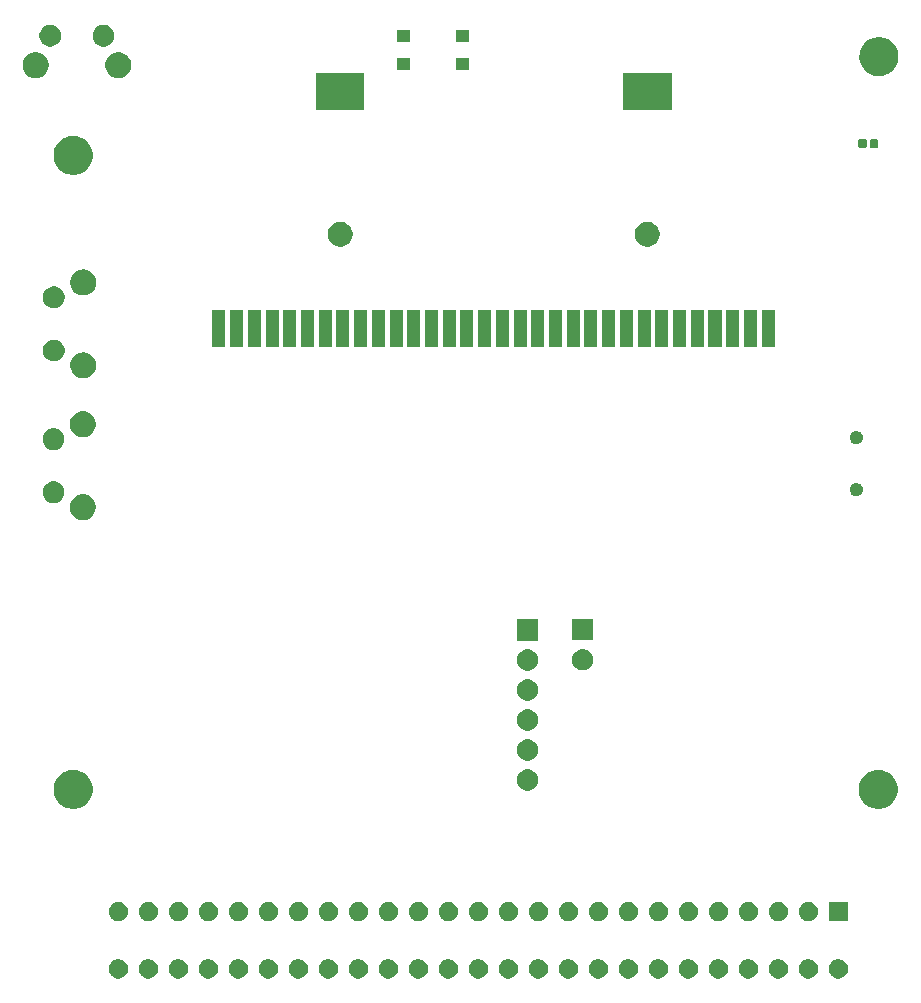
<source format=gbr>
G04 #@! TF.GenerationSoftware,KiCad,Pcbnew,(5.1.6)-1*
G04 #@! TF.CreationDate,2020-11-21T20:25:47+01:00*
G04 #@! TF.ProjectId,Dandanator CPC,44616e64-616e-4617-946f-72204350432e,rev?*
G04 #@! TF.SameCoordinates,Original*
G04 #@! TF.FileFunction,Soldermask,Bot*
G04 #@! TF.FilePolarity,Negative*
%FSLAX46Y46*%
G04 Gerber Fmt 4.6, Leading zero omitted, Abs format (unit mm)*
G04 Created by KiCad (PCBNEW (5.1.6)-1) date 2020-11-21 20:25:47*
%MOMM*%
%LPD*%
G01*
G04 APERTURE LIST*
%ADD10C,0.100000*%
G04 APERTURE END LIST*
D10*
G36*
X96917142Y-103848442D02*
G01*
X97065101Y-103909729D01*
X97198255Y-103998699D01*
X97311501Y-104111945D01*
X97400471Y-104245099D01*
X97461758Y-104393058D01*
X97493000Y-104550125D01*
X97493000Y-104710275D01*
X97461758Y-104867342D01*
X97400471Y-105015301D01*
X97311501Y-105148455D01*
X97198255Y-105261701D01*
X97065101Y-105350671D01*
X96917142Y-105411958D01*
X96760075Y-105443200D01*
X96599925Y-105443200D01*
X96442858Y-105411958D01*
X96294899Y-105350671D01*
X96161745Y-105261701D01*
X96048499Y-105148455D01*
X95959529Y-105015301D01*
X95898242Y-104867342D01*
X95867000Y-104710275D01*
X95867000Y-104550125D01*
X95898242Y-104393058D01*
X95959529Y-104245099D01*
X96048499Y-104111945D01*
X96161745Y-103998699D01*
X96294899Y-103909729D01*
X96442858Y-103848442D01*
X96599925Y-103817200D01*
X96760075Y-103817200D01*
X96917142Y-103848442D01*
G37*
G36*
X66437142Y-103848442D02*
G01*
X66585101Y-103909729D01*
X66718255Y-103998699D01*
X66831501Y-104111945D01*
X66920471Y-104245099D01*
X66981758Y-104393058D01*
X67013000Y-104550125D01*
X67013000Y-104710275D01*
X66981758Y-104867342D01*
X66920471Y-105015301D01*
X66831501Y-105148455D01*
X66718255Y-105261701D01*
X66585101Y-105350671D01*
X66437142Y-105411958D01*
X66280075Y-105443200D01*
X66119925Y-105443200D01*
X65962858Y-105411958D01*
X65814899Y-105350671D01*
X65681745Y-105261701D01*
X65568499Y-105148455D01*
X65479529Y-105015301D01*
X65418242Y-104867342D01*
X65387000Y-104710275D01*
X65387000Y-104550125D01*
X65418242Y-104393058D01*
X65479529Y-104245099D01*
X65568499Y-104111945D01*
X65681745Y-103998699D01*
X65814899Y-103909729D01*
X65962858Y-103848442D01*
X66119925Y-103817200D01*
X66280075Y-103817200D01*
X66437142Y-103848442D01*
G37*
G36*
X91837142Y-103848442D02*
G01*
X91985101Y-103909729D01*
X92118255Y-103998699D01*
X92231501Y-104111945D01*
X92320471Y-104245099D01*
X92381758Y-104393058D01*
X92413000Y-104550125D01*
X92413000Y-104710275D01*
X92381758Y-104867342D01*
X92320471Y-105015301D01*
X92231501Y-105148455D01*
X92118255Y-105261701D01*
X91985101Y-105350671D01*
X91837142Y-105411958D01*
X91680075Y-105443200D01*
X91519925Y-105443200D01*
X91362858Y-105411958D01*
X91214899Y-105350671D01*
X91081745Y-105261701D01*
X90968499Y-105148455D01*
X90879529Y-105015301D01*
X90818242Y-104867342D01*
X90787000Y-104710275D01*
X90787000Y-104550125D01*
X90818242Y-104393058D01*
X90879529Y-104245099D01*
X90968499Y-104111945D01*
X91081745Y-103998699D01*
X91214899Y-103909729D01*
X91362858Y-103848442D01*
X91519925Y-103817200D01*
X91680075Y-103817200D01*
X91837142Y-103848442D01*
G37*
G36*
X89297142Y-103848442D02*
G01*
X89445101Y-103909729D01*
X89578255Y-103998699D01*
X89691501Y-104111945D01*
X89780471Y-104245099D01*
X89841758Y-104393058D01*
X89873000Y-104550125D01*
X89873000Y-104710275D01*
X89841758Y-104867342D01*
X89780471Y-105015301D01*
X89691501Y-105148455D01*
X89578255Y-105261701D01*
X89445101Y-105350671D01*
X89297142Y-105411958D01*
X89140075Y-105443200D01*
X88979925Y-105443200D01*
X88822858Y-105411958D01*
X88674899Y-105350671D01*
X88541745Y-105261701D01*
X88428499Y-105148455D01*
X88339529Y-105015301D01*
X88278242Y-104867342D01*
X88247000Y-104710275D01*
X88247000Y-104550125D01*
X88278242Y-104393058D01*
X88339529Y-104245099D01*
X88428499Y-104111945D01*
X88541745Y-103998699D01*
X88674899Y-103909729D01*
X88822858Y-103848442D01*
X88979925Y-103817200D01*
X89140075Y-103817200D01*
X89297142Y-103848442D01*
G37*
G36*
X86757142Y-103848442D02*
G01*
X86905101Y-103909729D01*
X87038255Y-103998699D01*
X87151501Y-104111945D01*
X87240471Y-104245099D01*
X87301758Y-104393058D01*
X87333000Y-104550125D01*
X87333000Y-104710275D01*
X87301758Y-104867342D01*
X87240471Y-105015301D01*
X87151501Y-105148455D01*
X87038255Y-105261701D01*
X86905101Y-105350671D01*
X86757142Y-105411958D01*
X86600075Y-105443200D01*
X86439925Y-105443200D01*
X86282858Y-105411958D01*
X86134899Y-105350671D01*
X86001745Y-105261701D01*
X85888499Y-105148455D01*
X85799529Y-105015301D01*
X85738242Y-104867342D01*
X85707000Y-104710275D01*
X85707000Y-104550125D01*
X85738242Y-104393058D01*
X85799529Y-104245099D01*
X85888499Y-104111945D01*
X86001745Y-103998699D01*
X86134899Y-103909729D01*
X86282858Y-103848442D01*
X86439925Y-103817200D01*
X86600075Y-103817200D01*
X86757142Y-103848442D01*
G37*
G36*
X84217142Y-103848442D02*
G01*
X84365101Y-103909729D01*
X84498255Y-103998699D01*
X84611501Y-104111945D01*
X84700471Y-104245099D01*
X84761758Y-104393058D01*
X84793000Y-104550125D01*
X84793000Y-104710275D01*
X84761758Y-104867342D01*
X84700471Y-105015301D01*
X84611501Y-105148455D01*
X84498255Y-105261701D01*
X84365101Y-105350671D01*
X84217142Y-105411958D01*
X84060075Y-105443200D01*
X83899925Y-105443200D01*
X83742858Y-105411958D01*
X83594899Y-105350671D01*
X83461745Y-105261701D01*
X83348499Y-105148455D01*
X83259529Y-105015301D01*
X83198242Y-104867342D01*
X83167000Y-104710275D01*
X83167000Y-104550125D01*
X83198242Y-104393058D01*
X83259529Y-104245099D01*
X83348499Y-104111945D01*
X83461745Y-103998699D01*
X83594899Y-103909729D01*
X83742858Y-103848442D01*
X83899925Y-103817200D01*
X84060075Y-103817200D01*
X84217142Y-103848442D01*
G37*
G36*
X81677142Y-103848442D02*
G01*
X81825101Y-103909729D01*
X81958255Y-103998699D01*
X82071501Y-104111945D01*
X82160471Y-104245099D01*
X82221758Y-104393058D01*
X82253000Y-104550125D01*
X82253000Y-104710275D01*
X82221758Y-104867342D01*
X82160471Y-105015301D01*
X82071501Y-105148455D01*
X81958255Y-105261701D01*
X81825101Y-105350671D01*
X81677142Y-105411958D01*
X81520075Y-105443200D01*
X81359925Y-105443200D01*
X81202858Y-105411958D01*
X81054899Y-105350671D01*
X80921745Y-105261701D01*
X80808499Y-105148455D01*
X80719529Y-105015301D01*
X80658242Y-104867342D01*
X80627000Y-104710275D01*
X80627000Y-104550125D01*
X80658242Y-104393058D01*
X80719529Y-104245099D01*
X80808499Y-104111945D01*
X80921745Y-103998699D01*
X81054899Y-103909729D01*
X81202858Y-103848442D01*
X81359925Y-103817200D01*
X81520075Y-103817200D01*
X81677142Y-103848442D01*
G37*
G36*
X79137142Y-103848442D02*
G01*
X79285101Y-103909729D01*
X79418255Y-103998699D01*
X79531501Y-104111945D01*
X79620471Y-104245099D01*
X79681758Y-104393058D01*
X79713000Y-104550125D01*
X79713000Y-104710275D01*
X79681758Y-104867342D01*
X79620471Y-105015301D01*
X79531501Y-105148455D01*
X79418255Y-105261701D01*
X79285101Y-105350671D01*
X79137142Y-105411958D01*
X78980075Y-105443200D01*
X78819925Y-105443200D01*
X78662858Y-105411958D01*
X78514899Y-105350671D01*
X78381745Y-105261701D01*
X78268499Y-105148455D01*
X78179529Y-105015301D01*
X78118242Y-104867342D01*
X78087000Y-104710275D01*
X78087000Y-104550125D01*
X78118242Y-104393058D01*
X78179529Y-104245099D01*
X78268499Y-104111945D01*
X78381745Y-103998699D01*
X78514899Y-103909729D01*
X78662858Y-103848442D01*
X78819925Y-103817200D01*
X78980075Y-103817200D01*
X79137142Y-103848442D01*
G37*
G36*
X76597142Y-103848442D02*
G01*
X76745101Y-103909729D01*
X76878255Y-103998699D01*
X76991501Y-104111945D01*
X77080471Y-104245099D01*
X77141758Y-104393058D01*
X77173000Y-104550125D01*
X77173000Y-104710275D01*
X77141758Y-104867342D01*
X77080471Y-105015301D01*
X76991501Y-105148455D01*
X76878255Y-105261701D01*
X76745101Y-105350671D01*
X76597142Y-105411958D01*
X76440075Y-105443200D01*
X76279925Y-105443200D01*
X76122858Y-105411958D01*
X75974899Y-105350671D01*
X75841745Y-105261701D01*
X75728499Y-105148455D01*
X75639529Y-105015301D01*
X75578242Y-104867342D01*
X75547000Y-104710275D01*
X75547000Y-104550125D01*
X75578242Y-104393058D01*
X75639529Y-104245099D01*
X75728499Y-104111945D01*
X75841745Y-103998699D01*
X75974899Y-103909729D01*
X76122858Y-103848442D01*
X76279925Y-103817200D01*
X76440075Y-103817200D01*
X76597142Y-103848442D01*
G37*
G36*
X74057142Y-103848442D02*
G01*
X74205101Y-103909729D01*
X74338255Y-103998699D01*
X74451501Y-104111945D01*
X74540471Y-104245099D01*
X74601758Y-104393058D01*
X74633000Y-104550125D01*
X74633000Y-104710275D01*
X74601758Y-104867342D01*
X74540471Y-105015301D01*
X74451501Y-105148455D01*
X74338255Y-105261701D01*
X74205101Y-105350671D01*
X74057142Y-105411958D01*
X73900075Y-105443200D01*
X73739925Y-105443200D01*
X73582858Y-105411958D01*
X73434899Y-105350671D01*
X73301745Y-105261701D01*
X73188499Y-105148455D01*
X73099529Y-105015301D01*
X73038242Y-104867342D01*
X73007000Y-104710275D01*
X73007000Y-104550125D01*
X73038242Y-104393058D01*
X73099529Y-104245099D01*
X73188499Y-104111945D01*
X73301745Y-103998699D01*
X73434899Y-103909729D01*
X73582858Y-103848442D01*
X73739925Y-103817200D01*
X73900075Y-103817200D01*
X74057142Y-103848442D01*
G37*
G36*
X71517142Y-103848442D02*
G01*
X71665101Y-103909729D01*
X71798255Y-103998699D01*
X71911501Y-104111945D01*
X72000471Y-104245099D01*
X72061758Y-104393058D01*
X72093000Y-104550125D01*
X72093000Y-104710275D01*
X72061758Y-104867342D01*
X72000471Y-105015301D01*
X71911501Y-105148455D01*
X71798255Y-105261701D01*
X71665101Y-105350671D01*
X71517142Y-105411958D01*
X71360075Y-105443200D01*
X71199925Y-105443200D01*
X71042858Y-105411958D01*
X70894899Y-105350671D01*
X70761745Y-105261701D01*
X70648499Y-105148455D01*
X70559529Y-105015301D01*
X70498242Y-104867342D01*
X70467000Y-104710275D01*
X70467000Y-104550125D01*
X70498242Y-104393058D01*
X70559529Y-104245099D01*
X70648499Y-104111945D01*
X70761745Y-103998699D01*
X70894899Y-103909729D01*
X71042858Y-103848442D01*
X71199925Y-103817200D01*
X71360075Y-103817200D01*
X71517142Y-103848442D01*
G37*
G36*
X68977142Y-103848442D02*
G01*
X69125101Y-103909729D01*
X69258255Y-103998699D01*
X69371501Y-104111945D01*
X69460471Y-104245099D01*
X69521758Y-104393058D01*
X69553000Y-104550125D01*
X69553000Y-104710275D01*
X69521758Y-104867342D01*
X69460471Y-105015301D01*
X69371501Y-105148455D01*
X69258255Y-105261701D01*
X69125101Y-105350671D01*
X68977142Y-105411958D01*
X68820075Y-105443200D01*
X68659925Y-105443200D01*
X68502858Y-105411958D01*
X68354899Y-105350671D01*
X68221745Y-105261701D01*
X68108499Y-105148455D01*
X68019529Y-105015301D01*
X67958242Y-104867342D01*
X67927000Y-104710275D01*
X67927000Y-104550125D01*
X67958242Y-104393058D01*
X68019529Y-104245099D01*
X68108499Y-104111945D01*
X68221745Y-103998699D01*
X68354899Y-103909729D01*
X68502858Y-103848442D01*
X68659925Y-103817200D01*
X68820075Y-103817200D01*
X68977142Y-103848442D01*
G37*
G36*
X94377142Y-103848442D02*
G01*
X94525101Y-103909729D01*
X94658255Y-103998699D01*
X94771501Y-104111945D01*
X94860471Y-104245099D01*
X94921758Y-104393058D01*
X94953000Y-104550125D01*
X94953000Y-104710275D01*
X94921758Y-104867342D01*
X94860471Y-105015301D01*
X94771501Y-105148455D01*
X94658255Y-105261701D01*
X94525101Y-105350671D01*
X94377142Y-105411958D01*
X94220075Y-105443200D01*
X94059925Y-105443200D01*
X93902858Y-105411958D01*
X93754899Y-105350671D01*
X93621745Y-105261701D01*
X93508499Y-105148455D01*
X93419529Y-105015301D01*
X93358242Y-104867342D01*
X93327000Y-104710275D01*
X93327000Y-104550125D01*
X93358242Y-104393058D01*
X93419529Y-104245099D01*
X93508499Y-104111945D01*
X93621745Y-103998699D01*
X93754899Y-103909729D01*
X93902858Y-103848442D01*
X94059925Y-103817200D01*
X94220075Y-103817200D01*
X94377142Y-103848442D01*
G37*
G36*
X61357142Y-103848442D02*
G01*
X61505101Y-103909729D01*
X61638255Y-103998699D01*
X61751501Y-104111945D01*
X61840471Y-104245099D01*
X61901758Y-104393058D01*
X61933000Y-104550125D01*
X61933000Y-104710275D01*
X61901758Y-104867342D01*
X61840471Y-105015301D01*
X61751501Y-105148455D01*
X61638255Y-105261701D01*
X61505101Y-105350671D01*
X61357142Y-105411958D01*
X61200075Y-105443200D01*
X61039925Y-105443200D01*
X60882858Y-105411958D01*
X60734899Y-105350671D01*
X60601745Y-105261701D01*
X60488499Y-105148455D01*
X60399529Y-105015301D01*
X60338242Y-104867342D01*
X60307000Y-104710275D01*
X60307000Y-104550125D01*
X60338242Y-104393058D01*
X60399529Y-104245099D01*
X60488499Y-104111945D01*
X60601745Y-103998699D01*
X60734899Y-103909729D01*
X60882858Y-103848442D01*
X61039925Y-103817200D01*
X61200075Y-103817200D01*
X61357142Y-103848442D01*
G37*
G36*
X63897142Y-103848442D02*
G01*
X64045101Y-103909729D01*
X64178255Y-103998699D01*
X64291501Y-104111945D01*
X64380471Y-104245099D01*
X64441758Y-104393058D01*
X64473000Y-104550125D01*
X64473000Y-104710275D01*
X64441758Y-104867342D01*
X64380471Y-105015301D01*
X64291501Y-105148455D01*
X64178255Y-105261701D01*
X64045101Y-105350671D01*
X63897142Y-105411958D01*
X63740075Y-105443200D01*
X63579925Y-105443200D01*
X63422858Y-105411958D01*
X63274899Y-105350671D01*
X63141745Y-105261701D01*
X63028499Y-105148455D01*
X62939529Y-105015301D01*
X62878242Y-104867342D01*
X62847000Y-104710275D01*
X62847000Y-104550125D01*
X62878242Y-104393058D01*
X62939529Y-104245099D01*
X63028499Y-104111945D01*
X63141745Y-103998699D01*
X63274899Y-103909729D01*
X63422858Y-103848442D01*
X63579925Y-103817200D01*
X63740075Y-103817200D01*
X63897142Y-103848442D01*
G37*
G36*
X35957142Y-103848442D02*
G01*
X36105101Y-103909729D01*
X36238255Y-103998699D01*
X36351501Y-104111945D01*
X36440471Y-104245099D01*
X36501758Y-104393058D01*
X36533000Y-104550125D01*
X36533000Y-104710275D01*
X36501758Y-104867342D01*
X36440471Y-105015301D01*
X36351501Y-105148455D01*
X36238255Y-105261701D01*
X36105101Y-105350671D01*
X35957142Y-105411958D01*
X35800075Y-105443200D01*
X35639925Y-105443200D01*
X35482858Y-105411958D01*
X35334899Y-105350671D01*
X35201745Y-105261701D01*
X35088499Y-105148455D01*
X34999529Y-105015301D01*
X34938242Y-104867342D01*
X34907000Y-104710275D01*
X34907000Y-104550125D01*
X34938242Y-104393058D01*
X34999529Y-104245099D01*
X35088499Y-104111945D01*
X35201745Y-103998699D01*
X35334899Y-103909729D01*
X35482858Y-103848442D01*
X35639925Y-103817200D01*
X35800075Y-103817200D01*
X35957142Y-103848442D01*
G37*
G36*
X38497142Y-103848442D02*
G01*
X38645101Y-103909729D01*
X38778255Y-103998699D01*
X38891501Y-104111945D01*
X38980471Y-104245099D01*
X39041758Y-104393058D01*
X39073000Y-104550125D01*
X39073000Y-104710275D01*
X39041758Y-104867342D01*
X38980471Y-105015301D01*
X38891501Y-105148455D01*
X38778255Y-105261701D01*
X38645101Y-105350671D01*
X38497142Y-105411958D01*
X38340075Y-105443200D01*
X38179925Y-105443200D01*
X38022858Y-105411958D01*
X37874899Y-105350671D01*
X37741745Y-105261701D01*
X37628499Y-105148455D01*
X37539529Y-105015301D01*
X37478242Y-104867342D01*
X37447000Y-104710275D01*
X37447000Y-104550125D01*
X37478242Y-104393058D01*
X37539529Y-104245099D01*
X37628499Y-104111945D01*
X37741745Y-103998699D01*
X37874899Y-103909729D01*
X38022858Y-103848442D01*
X38179925Y-103817200D01*
X38340075Y-103817200D01*
X38497142Y-103848442D01*
G37*
G36*
X41037142Y-103848442D02*
G01*
X41185101Y-103909729D01*
X41318255Y-103998699D01*
X41431501Y-104111945D01*
X41520471Y-104245099D01*
X41581758Y-104393058D01*
X41613000Y-104550125D01*
X41613000Y-104710275D01*
X41581758Y-104867342D01*
X41520471Y-105015301D01*
X41431501Y-105148455D01*
X41318255Y-105261701D01*
X41185101Y-105350671D01*
X41037142Y-105411958D01*
X40880075Y-105443200D01*
X40719925Y-105443200D01*
X40562858Y-105411958D01*
X40414899Y-105350671D01*
X40281745Y-105261701D01*
X40168499Y-105148455D01*
X40079529Y-105015301D01*
X40018242Y-104867342D01*
X39987000Y-104710275D01*
X39987000Y-104550125D01*
X40018242Y-104393058D01*
X40079529Y-104245099D01*
X40168499Y-104111945D01*
X40281745Y-103998699D01*
X40414899Y-103909729D01*
X40562858Y-103848442D01*
X40719925Y-103817200D01*
X40880075Y-103817200D01*
X41037142Y-103848442D01*
G37*
G36*
X43577142Y-103848442D02*
G01*
X43725101Y-103909729D01*
X43858255Y-103998699D01*
X43971501Y-104111945D01*
X44060471Y-104245099D01*
X44121758Y-104393058D01*
X44153000Y-104550125D01*
X44153000Y-104710275D01*
X44121758Y-104867342D01*
X44060471Y-105015301D01*
X43971501Y-105148455D01*
X43858255Y-105261701D01*
X43725101Y-105350671D01*
X43577142Y-105411958D01*
X43420075Y-105443200D01*
X43259925Y-105443200D01*
X43102858Y-105411958D01*
X42954899Y-105350671D01*
X42821745Y-105261701D01*
X42708499Y-105148455D01*
X42619529Y-105015301D01*
X42558242Y-104867342D01*
X42527000Y-104710275D01*
X42527000Y-104550125D01*
X42558242Y-104393058D01*
X42619529Y-104245099D01*
X42708499Y-104111945D01*
X42821745Y-103998699D01*
X42954899Y-103909729D01*
X43102858Y-103848442D01*
X43259925Y-103817200D01*
X43420075Y-103817200D01*
X43577142Y-103848442D01*
G37*
G36*
X46117142Y-103848442D02*
G01*
X46265101Y-103909729D01*
X46398255Y-103998699D01*
X46511501Y-104111945D01*
X46600471Y-104245099D01*
X46661758Y-104393058D01*
X46693000Y-104550125D01*
X46693000Y-104710275D01*
X46661758Y-104867342D01*
X46600471Y-105015301D01*
X46511501Y-105148455D01*
X46398255Y-105261701D01*
X46265101Y-105350671D01*
X46117142Y-105411958D01*
X45960075Y-105443200D01*
X45799925Y-105443200D01*
X45642858Y-105411958D01*
X45494899Y-105350671D01*
X45361745Y-105261701D01*
X45248499Y-105148455D01*
X45159529Y-105015301D01*
X45098242Y-104867342D01*
X45067000Y-104710275D01*
X45067000Y-104550125D01*
X45098242Y-104393058D01*
X45159529Y-104245099D01*
X45248499Y-104111945D01*
X45361745Y-103998699D01*
X45494899Y-103909729D01*
X45642858Y-103848442D01*
X45799925Y-103817200D01*
X45960075Y-103817200D01*
X46117142Y-103848442D01*
G37*
G36*
X48657142Y-103848442D02*
G01*
X48805101Y-103909729D01*
X48938255Y-103998699D01*
X49051501Y-104111945D01*
X49140471Y-104245099D01*
X49201758Y-104393058D01*
X49233000Y-104550125D01*
X49233000Y-104710275D01*
X49201758Y-104867342D01*
X49140471Y-105015301D01*
X49051501Y-105148455D01*
X48938255Y-105261701D01*
X48805101Y-105350671D01*
X48657142Y-105411958D01*
X48500075Y-105443200D01*
X48339925Y-105443200D01*
X48182858Y-105411958D01*
X48034899Y-105350671D01*
X47901745Y-105261701D01*
X47788499Y-105148455D01*
X47699529Y-105015301D01*
X47638242Y-104867342D01*
X47607000Y-104710275D01*
X47607000Y-104550125D01*
X47638242Y-104393058D01*
X47699529Y-104245099D01*
X47788499Y-104111945D01*
X47901745Y-103998699D01*
X48034899Y-103909729D01*
X48182858Y-103848442D01*
X48339925Y-103817200D01*
X48500075Y-103817200D01*
X48657142Y-103848442D01*
G37*
G36*
X51197142Y-103848442D02*
G01*
X51345101Y-103909729D01*
X51478255Y-103998699D01*
X51591501Y-104111945D01*
X51680471Y-104245099D01*
X51741758Y-104393058D01*
X51773000Y-104550125D01*
X51773000Y-104710275D01*
X51741758Y-104867342D01*
X51680471Y-105015301D01*
X51591501Y-105148455D01*
X51478255Y-105261701D01*
X51345101Y-105350671D01*
X51197142Y-105411958D01*
X51040075Y-105443200D01*
X50879925Y-105443200D01*
X50722858Y-105411958D01*
X50574899Y-105350671D01*
X50441745Y-105261701D01*
X50328499Y-105148455D01*
X50239529Y-105015301D01*
X50178242Y-104867342D01*
X50147000Y-104710275D01*
X50147000Y-104550125D01*
X50178242Y-104393058D01*
X50239529Y-104245099D01*
X50328499Y-104111945D01*
X50441745Y-103998699D01*
X50574899Y-103909729D01*
X50722858Y-103848442D01*
X50879925Y-103817200D01*
X51040075Y-103817200D01*
X51197142Y-103848442D01*
G37*
G36*
X53737142Y-103848442D02*
G01*
X53885101Y-103909729D01*
X54018255Y-103998699D01*
X54131501Y-104111945D01*
X54220471Y-104245099D01*
X54281758Y-104393058D01*
X54313000Y-104550125D01*
X54313000Y-104710275D01*
X54281758Y-104867342D01*
X54220471Y-105015301D01*
X54131501Y-105148455D01*
X54018255Y-105261701D01*
X53885101Y-105350671D01*
X53737142Y-105411958D01*
X53580075Y-105443200D01*
X53419925Y-105443200D01*
X53262858Y-105411958D01*
X53114899Y-105350671D01*
X52981745Y-105261701D01*
X52868499Y-105148455D01*
X52779529Y-105015301D01*
X52718242Y-104867342D01*
X52687000Y-104710275D01*
X52687000Y-104550125D01*
X52718242Y-104393058D01*
X52779529Y-104245099D01*
X52868499Y-104111945D01*
X52981745Y-103998699D01*
X53114899Y-103909729D01*
X53262858Y-103848442D01*
X53419925Y-103817200D01*
X53580075Y-103817200D01*
X53737142Y-103848442D01*
G37*
G36*
X56277142Y-103848442D02*
G01*
X56425101Y-103909729D01*
X56558255Y-103998699D01*
X56671501Y-104111945D01*
X56760471Y-104245099D01*
X56821758Y-104393058D01*
X56853000Y-104550125D01*
X56853000Y-104710275D01*
X56821758Y-104867342D01*
X56760471Y-105015301D01*
X56671501Y-105148455D01*
X56558255Y-105261701D01*
X56425101Y-105350671D01*
X56277142Y-105411958D01*
X56120075Y-105443200D01*
X55959925Y-105443200D01*
X55802858Y-105411958D01*
X55654899Y-105350671D01*
X55521745Y-105261701D01*
X55408499Y-105148455D01*
X55319529Y-105015301D01*
X55258242Y-104867342D01*
X55227000Y-104710275D01*
X55227000Y-104550125D01*
X55258242Y-104393058D01*
X55319529Y-104245099D01*
X55408499Y-104111945D01*
X55521745Y-103998699D01*
X55654899Y-103909729D01*
X55802858Y-103848442D01*
X55959925Y-103817200D01*
X56120075Y-103817200D01*
X56277142Y-103848442D01*
G37*
G36*
X58817142Y-103848442D02*
G01*
X58965101Y-103909729D01*
X59098255Y-103998699D01*
X59211501Y-104111945D01*
X59300471Y-104245099D01*
X59361758Y-104393058D01*
X59393000Y-104550125D01*
X59393000Y-104710275D01*
X59361758Y-104867342D01*
X59300471Y-105015301D01*
X59211501Y-105148455D01*
X59098255Y-105261701D01*
X58965101Y-105350671D01*
X58817142Y-105411958D01*
X58660075Y-105443200D01*
X58499925Y-105443200D01*
X58342858Y-105411958D01*
X58194899Y-105350671D01*
X58061745Y-105261701D01*
X57948499Y-105148455D01*
X57859529Y-105015301D01*
X57798242Y-104867342D01*
X57767000Y-104710275D01*
X57767000Y-104550125D01*
X57798242Y-104393058D01*
X57859529Y-104245099D01*
X57948499Y-104111945D01*
X58061745Y-103998699D01*
X58194899Y-103909729D01*
X58342858Y-103848442D01*
X58499925Y-103817200D01*
X58660075Y-103817200D01*
X58817142Y-103848442D01*
G37*
G36*
X79137142Y-98997042D02*
G01*
X79285101Y-99058329D01*
X79418255Y-99147299D01*
X79531501Y-99260545D01*
X79620471Y-99393699D01*
X79681758Y-99541658D01*
X79713000Y-99698725D01*
X79713000Y-99858875D01*
X79681758Y-100015942D01*
X79620471Y-100163901D01*
X79531501Y-100297055D01*
X79418255Y-100410301D01*
X79285101Y-100499271D01*
X79137142Y-100560558D01*
X78980075Y-100591800D01*
X78819925Y-100591800D01*
X78662858Y-100560558D01*
X78514899Y-100499271D01*
X78381745Y-100410301D01*
X78268499Y-100297055D01*
X78179529Y-100163901D01*
X78118242Y-100015942D01*
X78087000Y-99858875D01*
X78087000Y-99698725D01*
X78118242Y-99541658D01*
X78179529Y-99393699D01*
X78268499Y-99260545D01*
X78381745Y-99147299D01*
X78514899Y-99058329D01*
X78662858Y-98997042D01*
X78819925Y-98965800D01*
X78980075Y-98965800D01*
X79137142Y-98997042D01*
G37*
G36*
X86757142Y-98997042D02*
G01*
X86905101Y-99058329D01*
X87038255Y-99147299D01*
X87151501Y-99260545D01*
X87240471Y-99393699D01*
X87301758Y-99541658D01*
X87333000Y-99698725D01*
X87333000Y-99858875D01*
X87301758Y-100015942D01*
X87240471Y-100163901D01*
X87151501Y-100297055D01*
X87038255Y-100410301D01*
X86905101Y-100499271D01*
X86757142Y-100560558D01*
X86600075Y-100591800D01*
X86439925Y-100591800D01*
X86282858Y-100560558D01*
X86134899Y-100499271D01*
X86001745Y-100410301D01*
X85888499Y-100297055D01*
X85799529Y-100163901D01*
X85738242Y-100015942D01*
X85707000Y-99858875D01*
X85707000Y-99698725D01*
X85738242Y-99541658D01*
X85799529Y-99393699D01*
X85888499Y-99260545D01*
X86001745Y-99147299D01*
X86134899Y-99058329D01*
X86282858Y-98997042D01*
X86439925Y-98965800D01*
X86600075Y-98965800D01*
X86757142Y-98997042D01*
G37*
G36*
X56277142Y-98997042D02*
G01*
X56425101Y-99058329D01*
X56558255Y-99147299D01*
X56671501Y-99260545D01*
X56760471Y-99393699D01*
X56821758Y-99541658D01*
X56853000Y-99698725D01*
X56853000Y-99858875D01*
X56821758Y-100015942D01*
X56760471Y-100163901D01*
X56671501Y-100297055D01*
X56558255Y-100410301D01*
X56425101Y-100499271D01*
X56277142Y-100560558D01*
X56120075Y-100591800D01*
X55959925Y-100591800D01*
X55802858Y-100560558D01*
X55654899Y-100499271D01*
X55521745Y-100410301D01*
X55408499Y-100297055D01*
X55319529Y-100163901D01*
X55258242Y-100015942D01*
X55227000Y-99858875D01*
X55227000Y-99698725D01*
X55258242Y-99541658D01*
X55319529Y-99393699D01*
X55408499Y-99260545D01*
X55521745Y-99147299D01*
X55654899Y-99058329D01*
X55802858Y-98997042D01*
X55959925Y-98965800D01*
X56120075Y-98965800D01*
X56277142Y-98997042D01*
G37*
G36*
X71517142Y-98997042D02*
G01*
X71665101Y-99058329D01*
X71798255Y-99147299D01*
X71911501Y-99260545D01*
X72000471Y-99393699D01*
X72061758Y-99541658D01*
X72093000Y-99698725D01*
X72093000Y-99858875D01*
X72061758Y-100015942D01*
X72000471Y-100163901D01*
X71911501Y-100297055D01*
X71798255Y-100410301D01*
X71665101Y-100499271D01*
X71517142Y-100560558D01*
X71360075Y-100591800D01*
X71199925Y-100591800D01*
X71042858Y-100560558D01*
X70894899Y-100499271D01*
X70761745Y-100410301D01*
X70648499Y-100297055D01*
X70559529Y-100163901D01*
X70498242Y-100015942D01*
X70467000Y-99858875D01*
X70467000Y-99698725D01*
X70498242Y-99541658D01*
X70559529Y-99393699D01*
X70648499Y-99260545D01*
X70761745Y-99147299D01*
X70894899Y-99058329D01*
X71042858Y-98997042D01*
X71199925Y-98965800D01*
X71360075Y-98965800D01*
X71517142Y-98997042D01*
G37*
G36*
X58817142Y-98997042D02*
G01*
X58965101Y-99058329D01*
X59098255Y-99147299D01*
X59211501Y-99260545D01*
X59300471Y-99393699D01*
X59361758Y-99541658D01*
X59393000Y-99698725D01*
X59393000Y-99858875D01*
X59361758Y-100015942D01*
X59300471Y-100163901D01*
X59211501Y-100297055D01*
X59098255Y-100410301D01*
X58965101Y-100499271D01*
X58817142Y-100560558D01*
X58660075Y-100591800D01*
X58499925Y-100591800D01*
X58342858Y-100560558D01*
X58194899Y-100499271D01*
X58061745Y-100410301D01*
X57948499Y-100297055D01*
X57859529Y-100163901D01*
X57798242Y-100015942D01*
X57767000Y-99858875D01*
X57767000Y-99698725D01*
X57798242Y-99541658D01*
X57859529Y-99393699D01*
X57948499Y-99260545D01*
X58061745Y-99147299D01*
X58194899Y-99058329D01*
X58342858Y-98997042D01*
X58499925Y-98965800D01*
X58660075Y-98965800D01*
X58817142Y-98997042D01*
G37*
G36*
X84217142Y-98997042D02*
G01*
X84365101Y-99058329D01*
X84498255Y-99147299D01*
X84611501Y-99260545D01*
X84700471Y-99393699D01*
X84761758Y-99541658D01*
X84793000Y-99698725D01*
X84793000Y-99858875D01*
X84761758Y-100015942D01*
X84700471Y-100163901D01*
X84611501Y-100297055D01*
X84498255Y-100410301D01*
X84365101Y-100499271D01*
X84217142Y-100560558D01*
X84060075Y-100591800D01*
X83899925Y-100591800D01*
X83742858Y-100560558D01*
X83594899Y-100499271D01*
X83461745Y-100410301D01*
X83348499Y-100297055D01*
X83259529Y-100163901D01*
X83198242Y-100015942D01*
X83167000Y-99858875D01*
X83167000Y-99698725D01*
X83198242Y-99541658D01*
X83259529Y-99393699D01*
X83348499Y-99260545D01*
X83461745Y-99147299D01*
X83594899Y-99058329D01*
X83742858Y-98997042D01*
X83899925Y-98965800D01*
X84060075Y-98965800D01*
X84217142Y-98997042D01*
G37*
G36*
X61357142Y-98997042D02*
G01*
X61505101Y-99058329D01*
X61638255Y-99147299D01*
X61751501Y-99260545D01*
X61840471Y-99393699D01*
X61901758Y-99541658D01*
X61933000Y-99698725D01*
X61933000Y-99858875D01*
X61901758Y-100015942D01*
X61840471Y-100163901D01*
X61751501Y-100297055D01*
X61638255Y-100410301D01*
X61505101Y-100499271D01*
X61357142Y-100560558D01*
X61200075Y-100591800D01*
X61039925Y-100591800D01*
X60882858Y-100560558D01*
X60734899Y-100499271D01*
X60601745Y-100410301D01*
X60488499Y-100297055D01*
X60399529Y-100163901D01*
X60338242Y-100015942D01*
X60307000Y-99858875D01*
X60307000Y-99698725D01*
X60338242Y-99541658D01*
X60399529Y-99393699D01*
X60488499Y-99260545D01*
X60601745Y-99147299D01*
X60734899Y-99058329D01*
X60882858Y-98997042D01*
X61039925Y-98965800D01*
X61200075Y-98965800D01*
X61357142Y-98997042D01*
G37*
G36*
X63897142Y-98997042D02*
G01*
X64045101Y-99058329D01*
X64178255Y-99147299D01*
X64291501Y-99260545D01*
X64380471Y-99393699D01*
X64441758Y-99541658D01*
X64473000Y-99698725D01*
X64473000Y-99858875D01*
X64441758Y-100015942D01*
X64380471Y-100163901D01*
X64291501Y-100297055D01*
X64178255Y-100410301D01*
X64045101Y-100499271D01*
X63897142Y-100560558D01*
X63740075Y-100591800D01*
X63579925Y-100591800D01*
X63422858Y-100560558D01*
X63274899Y-100499271D01*
X63141745Y-100410301D01*
X63028499Y-100297055D01*
X62939529Y-100163901D01*
X62878242Y-100015942D01*
X62847000Y-99858875D01*
X62847000Y-99698725D01*
X62878242Y-99541658D01*
X62939529Y-99393699D01*
X63028499Y-99260545D01*
X63141745Y-99147299D01*
X63274899Y-99058329D01*
X63422858Y-98997042D01*
X63579925Y-98965800D01*
X63740075Y-98965800D01*
X63897142Y-98997042D01*
G37*
G36*
X81677142Y-98997042D02*
G01*
X81825101Y-99058329D01*
X81958255Y-99147299D01*
X82071501Y-99260545D01*
X82160471Y-99393699D01*
X82221758Y-99541658D01*
X82253000Y-99698725D01*
X82253000Y-99858875D01*
X82221758Y-100015942D01*
X82160471Y-100163901D01*
X82071501Y-100297055D01*
X81958255Y-100410301D01*
X81825101Y-100499271D01*
X81677142Y-100560558D01*
X81520075Y-100591800D01*
X81359925Y-100591800D01*
X81202858Y-100560558D01*
X81054899Y-100499271D01*
X80921745Y-100410301D01*
X80808499Y-100297055D01*
X80719529Y-100163901D01*
X80658242Y-100015942D01*
X80627000Y-99858875D01*
X80627000Y-99698725D01*
X80658242Y-99541658D01*
X80719529Y-99393699D01*
X80808499Y-99260545D01*
X80921745Y-99147299D01*
X81054899Y-99058329D01*
X81202858Y-98997042D01*
X81359925Y-98965800D01*
X81520075Y-98965800D01*
X81677142Y-98997042D01*
G37*
G36*
X66437142Y-98997042D02*
G01*
X66585101Y-99058329D01*
X66718255Y-99147299D01*
X66831501Y-99260545D01*
X66920471Y-99393699D01*
X66981758Y-99541658D01*
X67013000Y-99698725D01*
X67013000Y-99858875D01*
X66981758Y-100015942D01*
X66920471Y-100163901D01*
X66831501Y-100297055D01*
X66718255Y-100410301D01*
X66585101Y-100499271D01*
X66437142Y-100560558D01*
X66280075Y-100591800D01*
X66119925Y-100591800D01*
X65962858Y-100560558D01*
X65814899Y-100499271D01*
X65681745Y-100410301D01*
X65568499Y-100297055D01*
X65479529Y-100163901D01*
X65418242Y-100015942D01*
X65387000Y-99858875D01*
X65387000Y-99698725D01*
X65418242Y-99541658D01*
X65479529Y-99393699D01*
X65568499Y-99260545D01*
X65681745Y-99147299D01*
X65814899Y-99058329D01*
X65962858Y-98997042D01*
X66119925Y-98965800D01*
X66280075Y-98965800D01*
X66437142Y-98997042D01*
G37*
G36*
X97493000Y-100591800D02*
G01*
X95867000Y-100591800D01*
X95867000Y-98965800D01*
X97493000Y-98965800D01*
X97493000Y-100591800D01*
G37*
G36*
X38497142Y-98997042D02*
G01*
X38645101Y-99058329D01*
X38778255Y-99147299D01*
X38891501Y-99260545D01*
X38980471Y-99393699D01*
X39041758Y-99541658D01*
X39073000Y-99698725D01*
X39073000Y-99858875D01*
X39041758Y-100015942D01*
X38980471Y-100163901D01*
X38891501Y-100297055D01*
X38778255Y-100410301D01*
X38645101Y-100499271D01*
X38497142Y-100560558D01*
X38340075Y-100591800D01*
X38179925Y-100591800D01*
X38022858Y-100560558D01*
X37874899Y-100499271D01*
X37741745Y-100410301D01*
X37628499Y-100297055D01*
X37539529Y-100163901D01*
X37478242Y-100015942D01*
X37447000Y-99858875D01*
X37447000Y-99698725D01*
X37478242Y-99541658D01*
X37539529Y-99393699D01*
X37628499Y-99260545D01*
X37741745Y-99147299D01*
X37874899Y-99058329D01*
X38022858Y-98997042D01*
X38179925Y-98965800D01*
X38340075Y-98965800D01*
X38497142Y-98997042D01*
G37*
G36*
X35957142Y-98997042D02*
G01*
X36105101Y-99058329D01*
X36238255Y-99147299D01*
X36351501Y-99260545D01*
X36440471Y-99393699D01*
X36501758Y-99541658D01*
X36533000Y-99698725D01*
X36533000Y-99858875D01*
X36501758Y-100015942D01*
X36440471Y-100163901D01*
X36351501Y-100297055D01*
X36238255Y-100410301D01*
X36105101Y-100499271D01*
X35957142Y-100560558D01*
X35800075Y-100591800D01*
X35639925Y-100591800D01*
X35482858Y-100560558D01*
X35334899Y-100499271D01*
X35201745Y-100410301D01*
X35088499Y-100297055D01*
X34999529Y-100163901D01*
X34938242Y-100015942D01*
X34907000Y-99858875D01*
X34907000Y-99698725D01*
X34938242Y-99541658D01*
X34999529Y-99393699D01*
X35088499Y-99260545D01*
X35201745Y-99147299D01*
X35334899Y-99058329D01*
X35482858Y-98997042D01*
X35639925Y-98965800D01*
X35800075Y-98965800D01*
X35957142Y-98997042D01*
G37*
G36*
X51197142Y-98997042D02*
G01*
X51345101Y-99058329D01*
X51478255Y-99147299D01*
X51591501Y-99260545D01*
X51680471Y-99393699D01*
X51741758Y-99541658D01*
X51773000Y-99698725D01*
X51773000Y-99858875D01*
X51741758Y-100015942D01*
X51680471Y-100163901D01*
X51591501Y-100297055D01*
X51478255Y-100410301D01*
X51345101Y-100499271D01*
X51197142Y-100560558D01*
X51040075Y-100591800D01*
X50879925Y-100591800D01*
X50722858Y-100560558D01*
X50574899Y-100499271D01*
X50441745Y-100410301D01*
X50328499Y-100297055D01*
X50239529Y-100163901D01*
X50178242Y-100015942D01*
X50147000Y-99858875D01*
X50147000Y-99698725D01*
X50178242Y-99541658D01*
X50239529Y-99393699D01*
X50328499Y-99260545D01*
X50441745Y-99147299D01*
X50574899Y-99058329D01*
X50722858Y-98997042D01*
X50879925Y-98965800D01*
X51040075Y-98965800D01*
X51197142Y-98997042D01*
G37*
G36*
X53737142Y-98997042D02*
G01*
X53885101Y-99058329D01*
X54018255Y-99147299D01*
X54131501Y-99260545D01*
X54220471Y-99393699D01*
X54281758Y-99541658D01*
X54313000Y-99698725D01*
X54313000Y-99858875D01*
X54281758Y-100015942D01*
X54220471Y-100163901D01*
X54131501Y-100297055D01*
X54018255Y-100410301D01*
X53885101Y-100499271D01*
X53737142Y-100560558D01*
X53580075Y-100591800D01*
X53419925Y-100591800D01*
X53262858Y-100560558D01*
X53114899Y-100499271D01*
X52981745Y-100410301D01*
X52868499Y-100297055D01*
X52779529Y-100163901D01*
X52718242Y-100015942D01*
X52687000Y-99858875D01*
X52687000Y-99698725D01*
X52718242Y-99541658D01*
X52779529Y-99393699D01*
X52868499Y-99260545D01*
X52981745Y-99147299D01*
X53114899Y-99058329D01*
X53262858Y-98997042D01*
X53419925Y-98965800D01*
X53580075Y-98965800D01*
X53737142Y-98997042D01*
G37*
G36*
X91837142Y-98997042D02*
G01*
X91985101Y-99058329D01*
X92118255Y-99147299D01*
X92231501Y-99260545D01*
X92320471Y-99393699D01*
X92381758Y-99541658D01*
X92413000Y-99698725D01*
X92413000Y-99858875D01*
X92381758Y-100015942D01*
X92320471Y-100163901D01*
X92231501Y-100297055D01*
X92118255Y-100410301D01*
X91985101Y-100499271D01*
X91837142Y-100560558D01*
X91680075Y-100591800D01*
X91519925Y-100591800D01*
X91362858Y-100560558D01*
X91214899Y-100499271D01*
X91081745Y-100410301D01*
X90968499Y-100297055D01*
X90879529Y-100163901D01*
X90818242Y-100015942D01*
X90787000Y-99858875D01*
X90787000Y-99698725D01*
X90818242Y-99541658D01*
X90879529Y-99393699D01*
X90968499Y-99260545D01*
X91081745Y-99147299D01*
X91214899Y-99058329D01*
X91362858Y-98997042D01*
X91519925Y-98965800D01*
X91680075Y-98965800D01*
X91837142Y-98997042D01*
G37*
G36*
X41037142Y-98997042D02*
G01*
X41185101Y-99058329D01*
X41318255Y-99147299D01*
X41431501Y-99260545D01*
X41520471Y-99393699D01*
X41581758Y-99541658D01*
X41613000Y-99698725D01*
X41613000Y-99858875D01*
X41581758Y-100015942D01*
X41520471Y-100163901D01*
X41431501Y-100297055D01*
X41318255Y-100410301D01*
X41185101Y-100499271D01*
X41037142Y-100560558D01*
X40880075Y-100591800D01*
X40719925Y-100591800D01*
X40562858Y-100560558D01*
X40414899Y-100499271D01*
X40281745Y-100410301D01*
X40168499Y-100297055D01*
X40079529Y-100163901D01*
X40018242Y-100015942D01*
X39987000Y-99858875D01*
X39987000Y-99698725D01*
X40018242Y-99541658D01*
X40079529Y-99393699D01*
X40168499Y-99260545D01*
X40281745Y-99147299D01*
X40414899Y-99058329D01*
X40562858Y-98997042D01*
X40719925Y-98965800D01*
X40880075Y-98965800D01*
X41037142Y-98997042D01*
G37*
G36*
X94377142Y-98997042D02*
G01*
X94525101Y-99058329D01*
X94658255Y-99147299D01*
X94771501Y-99260545D01*
X94860471Y-99393699D01*
X94921758Y-99541658D01*
X94953000Y-99698725D01*
X94953000Y-99858875D01*
X94921758Y-100015942D01*
X94860471Y-100163901D01*
X94771501Y-100297055D01*
X94658255Y-100410301D01*
X94525101Y-100499271D01*
X94377142Y-100560558D01*
X94220075Y-100591800D01*
X94059925Y-100591800D01*
X93902858Y-100560558D01*
X93754899Y-100499271D01*
X93621745Y-100410301D01*
X93508499Y-100297055D01*
X93419529Y-100163901D01*
X93358242Y-100015942D01*
X93327000Y-99858875D01*
X93327000Y-99698725D01*
X93358242Y-99541658D01*
X93419529Y-99393699D01*
X93508499Y-99260545D01*
X93621745Y-99147299D01*
X93754899Y-99058329D01*
X93902858Y-98997042D01*
X94059925Y-98965800D01*
X94220075Y-98965800D01*
X94377142Y-98997042D01*
G37*
G36*
X76597142Y-98997042D02*
G01*
X76745101Y-99058329D01*
X76878255Y-99147299D01*
X76991501Y-99260545D01*
X77080471Y-99393699D01*
X77141758Y-99541658D01*
X77173000Y-99698725D01*
X77173000Y-99858875D01*
X77141758Y-100015942D01*
X77080471Y-100163901D01*
X76991501Y-100297055D01*
X76878255Y-100410301D01*
X76745101Y-100499271D01*
X76597142Y-100560558D01*
X76440075Y-100591800D01*
X76279925Y-100591800D01*
X76122858Y-100560558D01*
X75974899Y-100499271D01*
X75841745Y-100410301D01*
X75728499Y-100297055D01*
X75639529Y-100163901D01*
X75578242Y-100015942D01*
X75547000Y-99858875D01*
X75547000Y-99698725D01*
X75578242Y-99541658D01*
X75639529Y-99393699D01*
X75728499Y-99260545D01*
X75841745Y-99147299D01*
X75974899Y-99058329D01*
X76122858Y-98997042D01*
X76279925Y-98965800D01*
X76440075Y-98965800D01*
X76597142Y-98997042D01*
G37*
G36*
X43577142Y-98997042D02*
G01*
X43725101Y-99058329D01*
X43858255Y-99147299D01*
X43971501Y-99260545D01*
X44060471Y-99393699D01*
X44121758Y-99541658D01*
X44153000Y-99698725D01*
X44153000Y-99858875D01*
X44121758Y-100015942D01*
X44060471Y-100163901D01*
X43971501Y-100297055D01*
X43858255Y-100410301D01*
X43725101Y-100499271D01*
X43577142Y-100560558D01*
X43420075Y-100591800D01*
X43259925Y-100591800D01*
X43102858Y-100560558D01*
X42954899Y-100499271D01*
X42821745Y-100410301D01*
X42708499Y-100297055D01*
X42619529Y-100163901D01*
X42558242Y-100015942D01*
X42527000Y-99858875D01*
X42527000Y-99698725D01*
X42558242Y-99541658D01*
X42619529Y-99393699D01*
X42708499Y-99260545D01*
X42821745Y-99147299D01*
X42954899Y-99058329D01*
X43102858Y-98997042D01*
X43259925Y-98965800D01*
X43420075Y-98965800D01*
X43577142Y-98997042D01*
G37*
G36*
X46117142Y-98997042D02*
G01*
X46265101Y-99058329D01*
X46398255Y-99147299D01*
X46511501Y-99260545D01*
X46600471Y-99393699D01*
X46661758Y-99541658D01*
X46693000Y-99698725D01*
X46693000Y-99858875D01*
X46661758Y-100015942D01*
X46600471Y-100163901D01*
X46511501Y-100297055D01*
X46398255Y-100410301D01*
X46265101Y-100499271D01*
X46117142Y-100560558D01*
X45960075Y-100591800D01*
X45799925Y-100591800D01*
X45642858Y-100560558D01*
X45494899Y-100499271D01*
X45361745Y-100410301D01*
X45248499Y-100297055D01*
X45159529Y-100163901D01*
X45098242Y-100015942D01*
X45067000Y-99858875D01*
X45067000Y-99698725D01*
X45098242Y-99541658D01*
X45159529Y-99393699D01*
X45248499Y-99260545D01*
X45361745Y-99147299D01*
X45494899Y-99058329D01*
X45642858Y-98997042D01*
X45799925Y-98965800D01*
X45960075Y-98965800D01*
X46117142Y-98997042D01*
G37*
G36*
X74057142Y-98997042D02*
G01*
X74205101Y-99058329D01*
X74338255Y-99147299D01*
X74451501Y-99260545D01*
X74540471Y-99393699D01*
X74601758Y-99541658D01*
X74633000Y-99698725D01*
X74633000Y-99858875D01*
X74601758Y-100015942D01*
X74540471Y-100163901D01*
X74451501Y-100297055D01*
X74338255Y-100410301D01*
X74205101Y-100499271D01*
X74057142Y-100560558D01*
X73900075Y-100591800D01*
X73739925Y-100591800D01*
X73582858Y-100560558D01*
X73434899Y-100499271D01*
X73301745Y-100410301D01*
X73188499Y-100297055D01*
X73099529Y-100163901D01*
X73038242Y-100015942D01*
X73007000Y-99858875D01*
X73007000Y-99698725D01*
X73038242Y-99541658D01*
X73099529Y-99393699D01*
X73188499Y-99260545D01*
X73301745Y-99147299D01*
X73434899Y-99058329D01*
X73582858Y-98997042D01*
X73739925Y-98965800D01*
X73900075Y-98965800D01*
X74057142Y-98997042D01*
G37*
G36*
X48657142Y-98997042D02*
G01*
X48805101Y-99058329D01*
X48938255Y-99147299D01*
X49051501Y-99260545D01*
X49140471Y-99393699D01*
X49201758Y-99541658D01*
X49233000Y-99698725D01*
X49233000Y-99858875D01*
X49201758Y-100015942D01*
X49140471Y-100163901D01*
X49051501Y-100297055D01*
X48938255Y-100410301D01*
X48805101Y-100499271D01*
X48657142Y-100560558D01*
X48500075Y-100591800D01*
X48339925Y-100591800D01*
X48182858Y-100560558D01*
X48034899Y-100499271D01*
X47901745Y-100410301D01*
X47788499Y-100297055D01*
X47699529Y-100163901D01*
X47638242Y-100015942D01*
X47607000Y-99858875D01*
X47607000Y-99698725D01*
X47638242Y-99541658D01*
X47699529Y-99393699D01*
X47788499Y-99260545D01*
X47901745Y-99147299D01*
X48034899Y-99058329D01*
X48182858Y-98997042D01*
X48339925Y-98965800D01*
X48500075Y-98965800D01*
X48657142Y-98997042D01*
G37*
G36*
X89297142Y-98997042D02*
G01*
X89445101Y-99058329D01*
X89578255Y-99147299D01*
X89691501Y-99260545D01*
X89780471Y-99393699D01*
X89841758Y-99541658D01*
X89873000Y-99698725D01*
X89873000Y-99858875D01*
X89841758Y-100015942D01*
X89780471Y-100163901D01*
X89691501Y-100297055D01*
X89578255Y-100410301D01*
X89445101Y-100499271D01*
X89297142Y-100560558D01*
X89140075Y-100591800D01*
X88979925Y-100591800D01*
X88822858Y-100560558D01*
X88674899Y-100499271D01*
X88541745Y-100410301D01*
X88428499Y-100297055D01*
X88339529Y-100163901D01*
X88278242Y-100015942D01*
X88247000Y-99858875D01*
X88247000Y-99698725D01*
X88278242Y-99541658D01*
X88339529Y-99393699D01*
X88428499Y-99260545D01*
X88541745Y-99147299D01*
X88674899Y-99058329D01*
X88822858Y-98997042D01*
X88979925Y-98965800D01*
X89140075Y-98965800D01*
X89297142Y-98997042D01*
G37*
G36*
X68977142Y-98997042D02*
G01*
X69125101Y-99058329D01*
X69258255Y-99147299D01*
X69371501Y-99260545D01*
X69460471Y-99393699D01*
X69521758Y-99541658D01*
X69553000Y-99698725D01*
X69553000Y-99858875D01*
X69521758Y-100015942D01*
X69460471Y-100163901D01*
X69371501Y-100297055D01*
X69258255Y-100410301D01*
X69125101Y-100499271D01*
X68977142Y-100560558D01*
X68820075Y-100591800D01*
X68659925Y-100591800D01*
X68502858Y-100560558D01*
X68354899Y-100499271D01*
X68221745Y-100410301D01*
X68108499Y-100297055D01*
X68019529Y-100163901D01*
X67958242Y-100015942D01*
X67927000Y-99858875D01*
X67927000Y-99698725D01*
X67958242Y-99541658D01*
X68019529Y-99393699D01*
X68108499Y-99260545D01*
X68221745Y-99147299D01*
X68354899Y-99058329D01*
X68502858Y-98997042D01*
X68659925Y-98965800D01*
X68820075Y-98965800D01*
X68977142Y-98997042D01*
G37*
G36*
X100436256Y-87822198D02*
G01*
X100542579Y-87843347D01*
X100843042Y-87967803D01*
X101113451Y-88148485D01*
X101343415Y-88378449D01*
X101524097Y-88648858D01*
X101648553Y-88949321D01*
X101712000Y-89268291D01*
X101712000Y-89593509D01*
X101648553Y-89912479D01*
X101524097Y-90212942D01*
X101343415Y-90483351D01*
X101113451Y-90713315D01*
X100843042Y-90893997D01*
X100542579Y-91018453D01*
X100436256Y-91039602D01*
X100223611Y-91081900D01*
X99898389Y-91081900D01*
X99685744Y-91039602D01*
X99579421Y-91018453D01*
X99278958Y-90893997D01*
X99008549Y-90713315D01*
X98778585Y-90483351D01*
X98597903Y-90212942D01*
X98473447Y-89912479D01*
X98410000Y-89593509D01*
X98410000Y-89268291D01*
X98473447Y-88949321D01*
X98597903Y-88648858D01*
X98778585Y-88378449D01*
X99008549Y-88148485D01*
X99278958Y-87967803D01*
X99579421Y-87843347D01*
X99685744Y-87822198D01*
X99898389Y-87779900D01*
X100223611Y-87779900D01*
X100436256Y-87822198D01*
G37*
G36*
X32277656Y-87822198D02*
G01*
X32383979Y-87843347D01*
X32684442Y-87967803D01*
X32954851Y-88148485D01*
X33184815Y-88378449D01*
X33365497Y-88648858D01*
X33489953Y-88949321D01*
X33553400Y-89268291D01*
X33553400Y-89593509D01*
X33489953Y-89912479D01*
X33365497Y-90212942D01*
X33184815Y-90483351D01*
X32954851Y-90713315D01*
X32684442Y-90893997D01*
X32383979Y-91018453D01*
X32277656Y-91039602D01*
X32065011Y-91081900D01*
X31739789Y-91081900D01*
X31527144Y-91039602D01*
X31420821Y-91018453D01*
X31120358Y-90893997D01*
X30849949Y-90713315D01*
X30619985Y-90483351D01*
X30439303Y-90212942D01*
X30314847Y-89912479D01*
X30251400Y-89593509D01*
X30251400Y-89268291D01*
X30314847Y-88949321D01*
X30439303Y-88648858D01*
X30619985Y-88378449D01*
X30849949Y-88148485D01*
X31120358Y-87967803D01*
X31420821Y-87843347D01*
X31527144Y-87822198D01*
X31739789Y-87779900D01*
X32065011Y-87779900D01*
X32277656Y-87822198D01*
G37*
G36*
X70481612Y-87739727D02*
G01*
X70630912Y-87769424D01*
X70794884Y-87837344D01*
X70942454Y-87935947D01*
X71067953Y-88061446D01*
X71166556Y-88209016D01*
X71234476Y-88372988D01*
X71269100Y-88547059D01*
X71269100Y-88724541D01*
X71234476Y-88898612D01*
X71166556Y-89062584D01*
X71067953Y-89210154D01*
X70942454Y-89335653D01*
X70794884Y-89434256D01*
X70630912Y-89502176D01*
X70481612Y-89531873D01*
X70456842Y-89536800D01*
X70279358Y-89536800D01*
X70254588Y-89531873D01*
X70105288Y-89502176D01*
X69941316Y-89434256D01*
X69793746Y-89335653D01*
X69668247Y-89210154D01*
X69569644Y-89062584D01*
X69501724Y-88898612D01*
X69467100Y-88724541D01*
X69467100Y-88547059D01*
X69501724Y-88372988D01*
X69569644Y-88209016D01*
X69668247Y-88061446D01*
X69793746Y-87935947D01*
X69941316Y-87837344D01*
X70105288Y-87769424D01*
X70254588Y-87739727D01*
X70279358Y-87734800D01*
X70456842Y-87734800D01*
X70481612Y-87739727D01*
G37*
G36*
X70481612Y-85199727D02*
G01*
X70630912Y-85229424D01*
X70794884Y-85297344D01*
X70942454Y-85395947D01*
X71067953Y-85521446D01*
X71166556Y-85669016D01*
X71234476Y-85832988D01*
X71269100Y-86007059D01*
X71269100Y-86184541D01*
X71234476Y-86358612D01*
X71166556Y-86522584D01*
X71067953Y-86670154D01*
X70942454Y-86795653D01*
X70794884Y-86894256D01*
X70630912Y-86962176D01*
X70481612Y-86991873D01*
X70456842Y-86996800D01*
X70279358Y-86996800D01*
X70254588Y-86991873D01*
X70105288Y-86962176D01*
X69941316Y-86894256D01*
X69793746Y-86795653D01*
X69668247Y-86670154D01*
X69569644Y-86522584D01*
X69501724Y-86358612D01*
X69467100Y-86184541D01*
X69467100Y-86007059D01*
X69501724Y-85832988D01*
X69569644Y-85669016D01*
X69668247Y-85521446D01*
X69793746Y-85395947D01*
X69941316Y-85297344D01*
X70105288Y-85229424D01*
X70254588Y-85199727D01*
X70279358Y-85194800D01*
X70456842Y-85194800D01*
X70481612Y-85199727D01*
G37*
G36*
X70481612Y-82659727D02*
G01*
X70630912Y-82689424D01*
X70794884Y-82757344D01*
X70942454Y-82855947D01*
X71067953Y-82981446D01*
X71166556Y-83129016D01*
X71234476Y-83292988D01*
X71269100Y-83467059D01*
X71269100Y-83644541D01*
X71234476Y-83818612D01*
X71166556Y-83982584D01*
X71067953Y-84130154D01*
X70942454Y-84255653D01*
X70794884Y-84354256D01*
X70630912Y-84422176D01*
X70481612Y-84451873D01*
X70456842Y-84456800D01*
X70279358Y-84456800D01*
X70254588Y-84451873D01*
X70105288Y-84422176D01*
X69941316Y-84354256D01*
X69793746Y-84255653D01*
X69668247Y-84130154D01*
X69569644Y-83982584D01*
X69501724Y-83818612D01*
X69467100Y-83644541D01*
X69467100Y-83467059D01*
X69501724Y-83292988D01*
X69569644Y-83129016D01*
X69668247Y-82981446D01*
X69793746Y-82855947D01*
X69941316Y-82757344D01*
X70105288Y-82689424D01*
X70254588Y-82659727D01*
X70279358Y-82654800D01*
X70456842Y-82654800D01*
X70481612Y-82659727D01*
G37*
G36*
X70481612Y-80119727D02*
G01*
X70630912Y-80149424D01*
X70794884Y-80217344D01*
X70942454Y-80315947D01*
X71067953Y-80441446D01*
X71166556Y-80589016D01*
X71234476Y-80752988D01*
X71269100Y-80927059D01*
X71269100Y-81104541D01*
X71234476Y-81278612D01*
X71166556Y-81442584D01*
X71067953Y-81590154D01*
X70942454Y-81715653D01*
X70794884Y-81814256D01*
X70630912Y-81882176D01*
X70481612Y-81911873D01*
X70456842Y-81916800D01*
X70279358Y-81916800D01*
X70254588Y-81911873D01*
X70105288Y-81882176D01*
X69941316Y-81814256D01*
X69793746Y-81715653D01*
X69668247Y-81590154D01*
X69569644Y-81442584D01*
X69501724Y-81278612D01*
X69467100Y-81104541D01*
X69467100Y-80927059D01*
X69501724Y-80752988D01*
X69569644Y-80589016D01*
X69668247Y-80441446D01*
X69793746Y-80315947D01*
X69941316Y-80217344D01*
X70105288Y-80149424D01*
X70254588Y-80119727D01*
X70279358Y-80114800D01*
X70456842Y-80114800D01*
X70481612Y-80119727D01*
G37*
G36*
X70481612Y-77579727D02*
G01*
X70630912Y-77609424D01*
X70794884Y-77677344D01*
X70942454Y-77775947D01*
X71067953Y-77901446D01*
X71166556Y-78049016D01*
X71234476Y-78212988D01*
X71264173Y-78362288D01*
X71265560Y-78369259D01*
X71269100Y-78387059D01*
X71269100Y-78564541D01*
X71234476Y-78738612D01*
X71166556Y-78902584D01*
X71067953Y-79050154D01*
X70942454Y-79175653D01*
X70794884Y-79274256D01*
X70630912Y-79342176D01*
X70481612Y-79371873D01*
X70456842Y-79376800D01*
X70279358Y-79376800D01*
X70254588Y-79371873D01*
X70105288Y-79342176D01*
X69941316Y-79274256D01*
X69793746Y-79175653D01*
X69668247Y-79050154D01*
X69569644Y-78902584D01*
X69501724Y-78738612D01*
X69467100Y-78564541D01*
X69467100Y-78387059D01*
X69470641Y-78369259D01*
X69472027Y-78362288D01*
X69501724Y-78212988D01*
X69569644Y-78049016D01*
X69668247Y-77901446D01*
X69793746Y-77775947D01*
X69941316Y-77677344D01*
X70105288Y-77609424D01*
X70254588Y-77579727D01*
X70279358Y-77574800D01*
X70456842Y-77574800D01*
X70481612Y-77579727D01*
G37*
G36*
X75142512Y-77561927D02*
G01*
X75291812Y-77591624D01*
X75455784Y-77659544D01*
X75603354Y-77758147D01*
X75728853Y-77883646D01*
X75827456Y-78031216D01*
X75895376Y-78195188D01*
X75925073Y-78344488D01*
X75930000Y-78369258D01*
X75930000Y-78546742D01*
X75926459Y-78564542D01*
X75895376Y-78720812D01*
X75827456Y-78884784D01*
X75728853Y-79032354D01*
X75603354Y-79157853D01*
X75455784Y-79256456D01*
X75291812Y-79324376D01*
X75142512Y-79354073D01*
X75117742Y-79359000D01*
X74940258Y-79359000D01*
X74915488Y-79354073D01*
X74766188Y-79324376D01*
X74602216Y-79256456D01*
X74454646Y-79157853D01*
X74329147Y-79032354D01*
X74230544Y-78884784D01*
X74162624Y-78720812D01*
X74131541Y-78564542D01*
X74128000Y-78546742D01*
X74128000Y-78369258D01*
X74132927Y-78344488D01*
X74162624Y-78195188D01*
X74230544Y-78031216D01*
X74329147Y-77883646D01*
X74454646Y-77758147D01*
X74602216Y-77659544D01*
X74766188Y-77591624D01*
X74915488Y-77561927D01*
X74940258Y-77557000D01*
X75117742Y-77557000D01*
X75142512Y-77561927D01*
G37*
G36*
X71269100Y-76836800D02*
G01*
X69467100Y-76836800D01*
X69467100Y-75034800D01*
X71269100Y-75034800D01*
X71269100Y-76836800D01*
G37*
G36*
X75930000Y-76819000D02*
G01*
X74128000Y-76819000D01*
X74128000Y-75017000D01*
X75930000Y-75017000D01*
X75930000Y-76819000D01*
G37*
G36*
X32946095Y-64442656D02*
G01*
X33052450Y-64463811D01*
X33252820Y-64546807D01*
X33433144Y-64667295D01*
X33586505Y-64820656D01*
X33706993Y-65000980D01*
X33706993Y-65000981D01*
X33774069Y-65162915D01*
X33789989Y-65201351D01*
X33832300Y-65414060D01*
X33832300Y-65630940D01*
X33789989Y-65843649D01*
X33706993Y-66044020D01*
X33586505Y-66224344D01*
X33433144Y-66377705D01*
X33252820Y-66498193D01*
X33152634Y-66539691D01*
X33052450Y-66581189D01*
X32946094Y-66602345D01*
X32839740Y-66623500D01*
X32622860Y-66623500D01*
X32516506Y-66602345D01*
X32410150Y-66581189D01*
X32309966Y-66539691D01*
X32209780Y-66498193D01*
X32029456Y-66377705D01*
X31876095Y-66224344D01*
X31755607Y-66044020D01*
X31672611Y-65843649D01*
X31630300Y-65630940D01*
X31630300Y-65414060D01*
X31672611Y-65201351D01*
X31688532Y-65162915D01*
X31755607Y-65000981D01*
X31755607Y-65000980D01*
X31876095Y-64820656D01*
X32029456Y-64667295D01*
X32209780Y-64546807D01*
X32410150Y-64463811D01*
X32516505Y-64442656D01*
X32622860Y-64421500D01*
X32839740Y-64421500D01*
X32946095Y-64442656D01*
G37*
G36*
X30511404Y-63382085D02*
G01*
X30679926Y-63451889D01*
X30831591Y-63553228D01*
X30960572Y-63682209D01*
X31061911Y-63833874D01*
X31131715Y-64002396D01*
X31167300Y-64181297D01*
X31167300Y-64363703D01*
X31131715Y-64542604D01*
X31061911Y-64711126D01*
X30960572Y-64862791D01*
X30831591Y-64991772D01*
X30679926Y-65093111D01*
X30511404Y-65162915D01*
X30332503Y-65198500D01*
X30150097Y-65198500D01*
X29971196Y-65162915D01*
X29802674Y-65093111D01*
X29651009Y-64991772D01*
X29522028Y-64862791D01*
X29420689Y-64711126D01*
X29350885Y-64542604D01*
X29315300Y-64363703D01*
X29315300Y-64181297D01*
X29350885Y-64002396D01*
X29420689Y-63833874D01*
X29522028Y-63682209D01*
X29651009Y-63553228D01*
X29802674Y-63451889D01*
X29971196Y-63382085D01*
X30150097Y-63346500D01*
X30332503Y-63346500D01*
X30511404Y-63382085D01*
G37*
G36*
X98374921Y-63508974D02*
G01*
X98475195Y-63550509D01*
X98520012Y-63580455D01*
X98565442Y-63610810D01*
X98642190Y-63687558D01*
X98642191Y-63687560D01*
X98702491Y-63777805D01*
X98744026Y-63878079D01*
X98765200Y-63984530D01*
X98765200Y-64093070D01*
X98744026Y-64199521D01*
X98702491Y-64299795D01*
X98702490Y-64299796D01*
X98642190Y-64390042D01*
X98565442Y-64466790D01*
X98520012Y-64497145D01*
X98475195Y-64527091D01*
X98374921Y-64568626D01*
X98268470Y-64589800D01*
X98159930Y-64589800D01*
X98053479Y-64568626D01*
X97953205Y-64527091D01*
X97908388Y-64497145D01*
X97862958Y-64466790D01*
X97786210Y-64390042D01*
X97725910Y-64299796D01*
X97725909Y-64299795D01*
X97684374Y-64199521D01*
X97663200Y-64093070D01*
X97663200Y-63984530D01*
X97684374Y-63878079D01*
X97725909Y-63777805D01*
X97786209Y-63687560D01*
X97786210Y-63687558D01*
X97862958Y-63610810D01*
X97908388Y-63580455D01*
X97953205Y-63550509D01*
X98053479Y-63508974D01*
X98159930Y-63487800D01*
X98268470Y-63487800D01*
X98374921Y-63508974D01*
G37*
G36*
X30511404Y-58882085D02*
G01*
X30679926Y-58951889D01*
X30831591Y-59053228D01*
X30960572Y-59182209D01*
X31061911Y-59333874D01*
X31131715Y-59502396D01*
X31167300Y-59681297D01*
X31167300Y-59863703D01*
X31131715Y-60042604D01*
X31061911Y-60211126D01*
X30960572Y-60362791D01*
X30831591Y-60491772D01*
X30679926Y-60593111D01*
X30511404Y-60662915D01*
X30332503Y-60698500D01*
X30150097Y-60698500D01*
X29971196Y-60662915D01*
X29802674Y-60593111D01*
X29651009Y-60491772D01*
X29522028Y-60362791D01*
X29420689Y-60211126D01*
X29350885Y-60042604D01*
X29315300Y-59863703D01*
X29315300Y-59681297D01*
X29350885Y-59502396D01*
X29420689Y-59333874D01*
X29522028Y-59182209D01*
X29651009Y-59053228D01*
X29802674Y-58951889D01*
X29971196Y-58882085D01*
X30150097Y-58846500D01*
X30332503Y-58846500D01*
X30511404Y-58882085D01*
G37*
G36*
X98374921Y-59108974D02*
G01*
X98475195Y-59150509D01*
X98475196Y-59150510D01*
X98565442Y-59210810D01*
X98642190Y-59287558D01*
X98642191Y-59287560D01*
X98702491Y-59377805D01*
X98744026Y-59478079D01*
X98765200Y-59584530D01*
X98765200Y-59693070D01*
X98744026Y-59799521D01*
X98702491Y-59899795D01*
X98702490Y-59899796D01*
X98642190Y-59990042D01*
X98565442Y-60066790D01*
X98520012Y-60097145D01*
X98475195Y-60127091D01*
X98374921Y-60168626D01*
X98268470Y-60189800D01*
X98159930Y-60189800D01*
X98053479Y-60168626D01*
X97953205Y-60127091D01*
X97908388Y-60097145D01*
X97862958Y-60066790D01*
X97786210Y-59990042D01*
X97725910Y-59899796D01*
X97725909Y-59899795D01*
X97684374Y-59799521D01*
X97663200Y-59693070D01*
X97663200Y-59584530D01*
X97684374Y-59478079D01*
X97725909Y-59377805D01*
X97786209Y-59287560D01*
X97786210Y-59287558D01*
X97862958Y-59210810D01*
X97953204Y-59150510D01*
X97953205Y-59150509D01*
X98053479Y-59108974D01*
X98159930Y-59087800D01*
X98268470Y-59087800D01*
X98374921Y-59108974D01*
G37*
G36*
X32946094Y-57432655D02*
G01*
X33052450Y-57453811D01*
X33152634Y-57495309D01*
X33252820Y-57536807D01*
X33433144Y-57657295D01*
X33586505Y-57810656D01*
X33706993Y-57990980D01*
X33789989Y-58191351D01*
X33832300Y-58404060D01*
X33832300Y-58620940D01*
X33789989Y-58833649D01*
X33706993Y-59034020D01*
X33586505Y-59214344D01*
X33433144Y-59367705D01*
X33252820Y-59488193D01*
X33218528Y-59502397D01*
X33052450Y-59571189D01*
X32985375Y-59584531D01*
X32839740Y-59613500D01*
X32622860Y-59613500D01*
X32477225Y-59584531D01*
X32410150Y-59571189D01*
X32244072Y-59502397D01*
X32209780Y-59488193D01*
X32029456Y-59367705D01*
X31876095Y-59214344D01*
X31755607Y-59034020D01*
X31672611Y-58833649D01*
X31630300Y-58620940D01*
X31630300Y-58404060D01*
X31672611Y-58191351D01*
X31755607Y-57990980D01*
X31876095Y-57810656D01*
X32029456Y-57657295D01*
X32209780Y-57536807D01*
X32309966Y-57495309D01*
X32410150Y-57453811D01*
X32516506Y-57432655D01*
X32622860Y-57411500D01*
X32839740Y-57411500D01*
X32946094Y-57432655D01*
G37*
G36*
X32961294Y-52442655D02*
G01*
X33067650Y-52463811D01*
X33167834Y-52505309D01*
X33268020Y-52546807D01*
X33448344Y-52667295D01*
X33601705Y-52820656D01*
X33722193Y-53000980D01*
X33722193Y-53000981D01*
X33789269Y-53162915D01*
X33805189Y-53201351D01*
X33847500Y-53414060D01*
X33847500Y-53630940D01*
X33805189Y-53843649D01*
X33722193Y-54044020D01*
X33601705Y-54224344D01*
X33448344Y-54377705D01*
X33268020Y-54498193D01*
X33067650Y-54581189D01*
X32961295Y-54602344D01*
X32854940Y-54623500D01*
X32638060Y-54623500D01*
X32531705Y-54602344D01*
X32425350Y-54581189D01*
X32325166Y-54539691D01*
X32224980Y-54498193D01*
X32044656Y-54377705D01*
X31891295Y-54224344D01*
X31770807Y-54044020D01*
X31687811Y-53843649D01*
X31645500Y-53630940D01*
X31645500Y-53414060D01*
X31687811Y-53201351D01*
X31703732Y-53162915D01*
X31770807Y-53000981D01*
X31770807Y-53000980D01*
X31891295Y-52820656D01*
X32044656Y-52667295D01*
X32224980Y-52546807D01*
X32325166Y-52505309D01*
X32425350Y-52463811D01*
X32531706Y-52442655D01*
X32638060Y-52421500D01*
X32854940Y-52421500D01*
X32961294Y-52442655D01*
G37*
G36*
X30526604Y-51382085D02*
G01*
X30695126Y-51451889D01*
X30846791Y-51553228D01*
X30975772Y-51682209D01*
X31077111Y-51833874D01*
X31146915Y-52002396D01*
X31182500Y-52181297D01*
X31182500Y-52363703D01*
X31146915Y-52542604D01*
X31077111Y-52711126D01*
X30975772Y-52862791D01*
X30846791Y-52991772D01*
X30695126Y-53093111D01*
X30526604Y-53162915D01*
X30347703Y-53198500D01*
X30165297Y-53198500D01*
X29986396Y-53162915D01*
X29817874Y-53093111D01*
X29666209Y-52991772D01*
X29537228Y-52862791D01*
X29435889Y-52711126D01*
X29366085Y-52542604D01*
X29330500Y-52363703D01*
X29330500Y-52181297D01*
X29366085Y-52002396D01*
X29435889Y-51833874D01*
X29537228Y-51682209D01*
X29666209Y-51553228D01*
X29817874Y-51451889D01*
X29986396Y-51382085D01*
X30165297Y-51346500D01*
X30347703Y-51346500D01*
X30526604Y-51382085D01*
G37*
G36*
X77794200Y-51977300D02*
G01*
X76692200Y-51977300D01*
X76692200Y-48875300D01*
X77794200Y-48875300D01*
X77794200Y-51977300D01*
G37*
G36*
X70294200Y-51977300D02*
G01*
X69192200Y-51977300D01*
X69192200Y-48875300D01*
X70294200Y-48875300D01*
X70294200Y-51977300D01*
G37*
G36*
X76294200Y-51977300D02*
G01*
X75192200Y-51977300D01*
X75192200Y-48875300D01*
X76294200Y-48875300D01*
X76294200Y-51977300D01*
G37*
G36*
X74794200Y-51977300D02*
G01*
X73692200Y-51977300D01*
X73692200Y-48875300D01*
X74794200Y-48875300D01*
X74794200Y-51977300D01*
G37*
G36*
X73294200Y-51977300D02*
G01*
X72192200Y-51977300D01*
X72192200Y-48875300D01*
X73294200Y-48875300D01*
X73294200Y-51977300D01*
G37*
G36*
X71794200Y-51977300D02*
G01*
X70692200Y-51977300D01*
X70692200Y-48875300D01*
X71794200Y-48875300D01*
X71794200Y-51977300D01*
G37*
G36*
X68794200Y-51977300D02*
G01*
X67692200Y-51977300D01*
X67692200Y-48875300D01*
X68794200Y-48875300D01*
X68794200Y-51977300D01*
G37*
G36*
X67294200Y-51977300D02*
G01*
X66192200Y-51977300D01*
X66192200Y-48875300D01*
X67294200Y-48875300D01*
X67294200Y-51977300D01*
G37*
G36*
X64294200Y-51977300D02*
G01*
X63192200Y-51977300D01*
X63192200Y-48875300D01*
X64294200Y-48875300D01*
X64294200Y-51977300D01*
G37*
G36*
X62794200Y-51977300D02*
G01*
X61692200Y-51977300D01*
X61692200Y-48875300D01*
X62794200Y-48875300D01*
X62794200Y-51977300D01*
G37*
G36*
X61294200Y-51977300D02*
G01*
X60192200Y-51977300D01*
X60192200Y-48875300D01*
X61294200Y-48875300D01*
X61294200Y-51977300D01*
G37*
G36*
X59794200Y-51977300D02*
G01*
X58692200Y-51977300D01*
X58692200Y-48875300D01*
X59794200Y-48875300D01*
X59794200Y-51977300D01*
G37*
G36*
X58294200Y-51977300D02*
G01*
X57192200Y-51977300D01*
X57192200Y-48875300D01*
X58294200Y-48875300D01*
X58294200Y-51977300D01*
G37*
G36*
X56794200Y-51977300D02*
G01*
X55692200Y-51977300D01*
X55692200Y-48875300D01*
X56794200Y-48875300D01*
X56794200Y-51977300D01*
G37*
G36*
X55294200Y-51977300D02*
G01*
X54192200Y-51977300D01*
X54192200Y-48875300D01*
X55294200Y-48875300D01*
X55294200Y-51977300D01*
G37*
G36*
X53794200Y-51977300D02*
G01*
X52692200Y-51977300D01*
X52692200Y-48875300D01*
X53794200Y-48875300D01*
X53794200Y-51977300D01*
G37*
G36*
X79294200Y-51977300D02*
G01*
X78192200Y-51977300D01*
X78192200Y-48875300D01*
X79294200Y-48875300D01*
X79294200Y-51977300D01*
G37*
G36*
X65794200Y-51977300D02*
G01*
X64692200Y-51977300D01*
X64692200Y-48875300D01*
X65794200Y-48875300D01*
X65794200Y-51977300D01*
G37*
G36*
X50794200Y-51977300D02*
G01*
X49692200Y-51977300D01*
X49692200Y-48875300D01*
X50794200Y-48875300D01*
X50794200Y-51977300D01*
G37*
G36*
X52294200Y-51977300D02*
G01*
X51192200Y-51977300D01*
X51192200Y-48875300D01*
X52294200Y-48875300D01*
X52294200Y-51977300D01*
G37*
G36*
X49294200Y-51977300D02*
G01*
X48192200Y-51977300D01*
X48192200Y-48875300D01*
X49294200Y-48875300D01*
X49294200Y-51977300D01*
G37*
G36*
X47794200Y-51977300D02*
G01*
X46692200Y-51977300D01*
X46692200Y-48875300D01*
X47794200Y-48875300D01*
X47794200Y-51977300D01*
G37*
G36*
X46294200Y-51977300D02*
G01*
X45192200Y-51977300D01*
X45192200Y-48875300D01*
X46294200Y-48875300D01*
X46294200Y-51977300D01*
G37*
G36*
X44794200Y-51977300D02*
G01*
X43692200Y-51977300D01*
X43692200Y-48875300D01*
X44794200Y-48875300D01*
X44794200Y-51977300D01*
G37*
G36*
X80794200Y-51977300D02*
G01*
X79692200Y-51977300D01*
X79692200Y-48875300D01*
X80794200Y-48875300D01*
X80794200Y-51977300D01*
G37*
G36*
X82294200Y-51977300D02*
G01*
X81192200Y-51977300D01*
X81192200Y-48875300D01*
X82294200Y-48875300D01*
X82294200Y-51977300D01*
G37*
G36*
X83794200Y-51977300D02*
G01*
X82692200Y-51977300D01*
X82692200Y-48875300D01*
X83794200Y-48875300D01*
X83794200Y-51977300D01*
G37*
G36*
X85294200Y-51977300D02*
G01*
X84192200Y-51977300D01*
X84192200Y-48875300D01*
X85294200Y-48875300D01*
X85294200Y-51977300D01*
G37*
G36*
X86794200Y-51977300D02*
G01*
X85692200Y-51977300D01*
X85692200Y-48875300D01*
X86794200Y-48875300D01*
X86794200Y-51977300D01*
G37*
G36*
X88294200Y-51977300D02*
G01*
X87192200Y-51977300D01*
X87192200Y-48875300D01*
X88294200Y-48875300D01*
X88294200Y-51977300D01*
G37*
G36*
X89794200Y-51977300D02*
G01*
X88692200Y-51977300D01*
X88692200Y-48875300D01*
X89794200Y-48875300D01*
X89794200Y-51977300D01*
G37*
G36*
X91294200Y-51977300D02*
G01*
X90192200Y-51977300D01*
X90192200Y-48875300D01*
X91294200Y-48875300D01*
X91294200Y-51977300D01*
G37*
G36*
X30526604Y-46882085D02*
G01*
X30695126Y-46951889D01*
X30846791Y-47053228D01*
X30975772Y-47182209D01*
X31077111Y-47333874D01*
X31146915Y-47502396D01*
X31182500Y-47681297D01*
X31182500Y-47863703D01*
X31146915Y-48042604D01*
X31077111Y-48211126D01*
X30975772Y-48362791D01*
X30846791Y-48491772D01*
X30695126Y-48593111D01*
X30526604Y-48662915D01*
X30347703Y-48698500D01*
X30165297Y-48698500D01*
X29986396Y-48662915D01*
X29817874Y-48593111D01*
X29666209Y-48491772D01*
X29537228Y-48362791D01*
X29435889Y-48211126D01*
X29366085Y-48042604D01*
X29330500Y-47863703D01*
X29330500Y-47681297D01*
X29366085Y-47502396D01*
X29435889Y-47333874D01*
X29537228Y-47182209D01*
X29666209Y-47053228D01*
X29817874Y-46951889D01*
X29986396Y-46882085D01*
X30165297Y-46846500D01*
X30347703Y-46846500D01*
X30526604Y-46882085D01*
G37*
G36*
X32961294Y-45432655D02*
G01*
X33067650Y-45453811D01*
X33268020Y-45536807D01*
X33448344Y-45657295D01*
X33601705Y-45810656D01*
X33722193Y-45990980D01*
X33805189Y-46191351D01*
X33847500Y-46404060D01*
X33847500Y-46620940D01*
X33805189Y-46833649D01*
X33722193Y-47034020D01*
X33601705Y-47214344D01*
X33448344Y-47367705D01*
X33268020Y-47488193D01*
X33233728Y-47502397D01*
X33067650Y-47571189D01*
X32961294Y-47592345D01*
X32854940Y-47613500D01*
X32638060Y-47613500D01*
X32531706Y-47592345D01*
X32425350Y-47571189D01*
X32259272Y-47502397D01*
X32224980Y-47488193D01*
X32044656Y-47367705D01*
X31891295Y-47214344D01*
X31770807Y-47034020D01*
X31687811Y-46833649D01*
X31645500Y-46620940D01*
X31645500Y-46404060D01*
X31687811Y-46191351D01*
X31770807Y-45990980D01*
X31891295Y-45810656D01*
X32044656Y-45657295D01*
X32224980Y-45536807D01*
X32425350Y-45453811D01*
X32531706Y-45432655D01*
X32638060Y-45411500D01*
X32854940Y-45411500D01*
X32961294Y-45432655D01*
G37*
G36*
X54819764Y-41415689D02*
G01*
X55011033Y-41494915D01*
X55011035Y-41494916D01*
X55183173Y-41609935D01*
X55329565Y-41756327D01*
X55444585Y-41928467D01*
X55523811Y-42119736D01*
X55564200Y-42322784D01*
X55564200Y-42529816D01*
X55523811Y-42732864D01*
X55523272Y-42734165D01*
X55444584Y-42924135D01*
X55329565Y-43096273D01*
X55183173Y-43242665D01*
X55011035Y-43357684D01*
X55011034Y-43357685D01*
X55011033Y-43357685D01*
X54818161Y-43437575D01*
X54611916Y-43478600D01*
X54404884Y-43478600D01*
X54201836Y-43438211D01*
X54010567Y-43358985D01*
X54010566Y-43358985D01*
X54010565Y-43358984D01*
X53838427Y-43243965D01*
X53692035Y-43097573D01*
X53577016Y-42925435D01*
X53577015Y-42925433D01*
X53497789Y-42734164D01*
X53457400Y-42531116D01*
X53457400Y-42324084D01*
X53497789Y-42121036D01*
X53577015Y-41929767D01*
X53577884Y-41928467D01*
X53692035Y-41757627D01*
X53838427Y-41611235D01*
X54010565Y-41496216D01*
X54010567Y-41496215D01*
X54203439Y-41416325D01*
X54409684Y-41375300D01*
X54616716Y-41375300D01*
X54819764Y-41415689D01*
G37*
G36*
X80819764Y-41415689D02*
G01*
X81011033Y-41494915D01*
X81011035Y-41494916D01*
X81183173Y-41609935D01*
X81329565Y-41756327D01*
X81444585Y-41928467D01*
X81523811Y-42119736D01*
X81564200Y-42322784D01*
X81564200Y-42529816D01*
X81523811Y-42732864D01*
X81523272Y-42734165D01*
X81444584Y-42924135D01*
X81329565Y-43096273D01*
X81183173Y-43242665D01*
X81011035Y-43357684D01*
X81011034Y-43357685D01*
X81011033Y-43357685D01*
X80818161Y-43437575D01*
X80611916Y-43478600D01*
X80404884Y-43478600D01*
X80201836Y-43438211D01*
X80010567Y-43358985D01*
X80010566Y-43358985D01*
X80010565Y-43358984D01*
X79838427Y-43243965D01*
X79692035Y-43097573D01*
X79577016Y-42925435D01*
X79577015Y-42925433D01*
X79497789Y-42734164D01*
X79457400Y-42531116D01*
X79457400Y-42324084D01*
X79497789Y-42121036D01*
X79577015Y-41929767D01*
X79577884Y-41928467D01*
X79692035Y-41757627D01*
X79838427Y-41611235D01*
X80010565Y-41496216D01*
X80010567Y-41496215D01*
X80203439Y-41416325D01*
X80409684Y-41375300D01*
X80616716Y-41375300D01*
X80819764Y-41415689D01*
G37*
G36*
X32277656Y-34141798D02*
G01*
X32383979Y-34162947D01*
X32684442Y-34287403D01*
X32954851Y-34468085D01*
X33184815Y-34698049D01*
X33184816Y-34698051D01*
X33365498Y-34968460D01*
X33399900Y-35051514D01*
X33489953Y-35268921D01*
X33553400Y-35587891D01*
X33553400Y-35913109D01*
X33489953Y-36232079D01*
X33365497Y-36532542D01*
X33184815Y-36802951D01*
X32954851Y-37032915D01*
X32684442Y-37213597D01*
X32383979Y-37338053D01*
X32277656Y-37359202D01*
X32065011Y-37401500D01*
X31739789Y-37401500D01*
X31527144Y-37359202D01*
X31420821Y-37338053D01*
X31120358Y-37213597D01*
X30849949Y-37032915D01*
X30619985Y-36802951D01*
X30439303Y-36532542D01*
X30314847Y-36232079D01*
X30251400Y-35913109D01*
X30251400Y-35587891D01*
X30314847Y-35268921D01*
X30404900Y-35051514D01*
X30439302Y-34968460D01*
X30619984Y-34698051D01*
X30619985Y-34698049D01*
X30849949Y-34468085D01*
X31120358Y-34287403D01*
X31420821Y-34162947D01*
X31527144Y-34141798D01*
X31739789Y-34099500D01*
X32065011Y-34099500D01*
X32277656Y-34141798D01*
G37*
G36*
X99961938Y-34389116D02*
G01*
X99982557Y-34395371D01*
X100001553Y-34405524D01*
X100018208Y-34419192D01*
X100031876Y-34435847D01*
X100042029Y-34454843D01*
X100048284Y-34475462D01*
X100051000Y-34503040D01*
X100051000Y-35011760D01*
X100048284Y-35039338D01*
X100042029Y-35059957D01*
X100031876Y-35078953D01*
X100018208Y-35095608D01*
X100001553Y-35109276D01*
X99982557Y-35119429D01*
X99961938Y-35125684D01*
X99934360Y-35128400D01*
X99475640Y-35128400D01*
X99448062Y-35125684D01*
X99427443Y-35119429D01*
X99408447Y-35109276D01*
X99391792Y-35095608D01*
X99378124Y-35078953D01*
X99367971Y-35059957D01*
X99361716Y-35039338D01*
X99359000Y-35011760D01*
X99359000Y-34503040D01*
X99361716Y-34475462D01*
X99367971Y-34454843D01*
X99378124Y-34435847D01*
X99391792Y-34419192D01*
X99408447Y-34405524D01*
X99427443Y-34395371D01*
X99448062Y-34389116D01*
X99475640Y-34386400D01*
X99934360Y-34386400D01*
X99961938Y-34389116D01*
G37*
G36*
X98991938Y-34389116D02*
G01*
X99012557Y-34395371D01*
X99031553Y-34405524D01*
X99048208Y-34419192D01*
X99061876Y-34435847D01*
X99072029Y-34454843D01*
X99078284Y-34475462D01*
X99081000Y-34503040D01*
X99081000Y-35011760D01*
X99078284Y-35039338D01*
X99072029Y-35059957D01*
X99061876Y-35078953D01*
X99048208Y-35095608D01*
X99031553Y-35109276D01*
X99012557Y-35119429D01*
X98991938Y-35125684D01*
X98964360Y-35128400D01*
X98505640Y-35128400D01*
X98478062Y-35125684D01*
X98457443Y-35119429D01*
X98438447Y-35109276D01*
X98421792Y-35095608D01*
X98408124Y-35078953D01*
X98397971Y-35059957D01*
X98391716Y-35039338D01*
X98389000Y-35011760D01*
X98389000Y-34503040D01*
X98391716Y-34475462D01*
X98397971Y-34454843D01*
X98408124Y-34435847D01*
X98421792Y-34419192D01*
X98438447Y-34405524D01*
X98457443Y-34395371D01*
X98478062Y-34389116D01*
X98505640Y-34386400D01*
X98964360Y-34386400D01*
X98991938Y-34389116D01*
G37*
G36*
X56564200Y-31877300D02*
G01*
X52462200Y-31877300D01*
X52462200Y-28775300D01*
X56564200Y-28775300D01*
X56564200Y-31877300D01*
G37*
G36*
X82564200Y-31877300D02*
G01*
X78462200Y-31877300D01*
X78462200Y-28775300D01*
X82564200Y-28775300D01*
X82564200Y-31877300D01*
G37*
G36*
X28929195Y-27026056D02*
G01*
X29035550Y-27047211D01*
X29135734Y-27088709D01*
X29235920Y-27130207D01*
X29416244Y-27250695D01*
X29569605Y-27404056D01*
X29690093Y-27584380D01*
X29690093Y-27584381D01*
X29773089Y-27784750D01*
X29815400Y-27997461D01*
X29815400Y-28214339D01*
X29773089Y-28427050D01*
X29690093Y-28627420D01*
X29569605Y-28807744D01*
X29416244Y-28961105D01*
X29235920Y-29081593D01*
X29135734Y-29123091D01*
X29035550Y-29164589D01*
X28929194Y-29185745D01*
X28822840Y-29206900D01*
X28605960Y-29206900D01*
X28499606Y-29185745D01*
X28393250Y-29164589D01*
X28293066Y-29123091D01*
X28192880Y-29081593D01*
X28012556Y-28961105D01*
X27859195Y-28807744D01*
X27738707Y-28627420D01*
X27655711Y-28427050D01*
X27613400Y-28214339D01*
X27613400Y-27997461D01*
X27655711Y-27784750D01*
X27738707Y-27584381D01*
X27738707Y-27584380D01*
X27859195Y-27404056D01*
X28012556Y-27250695D01*
X28192880Y-27130207D01*
X28293066Y-27088709D01*
X28393250Y-27047211D01*
X28499605Y-27026056D01*
X28605960Y-27004900D01*
X28822840Y-27004900D01*
X28929195Y-27026056D01*
G37*
G36*
X35939195Y-27026056D02*
G01*
X36045550Y-27047211D01*
X36145734Y-27088709D01*
X36245920Y-27130207D01*
X36426244Y-27250695D01*
X36579605Y-27404056D01*
X36700093Y-27584380D01*
X36700093Y-27584381D01*
X36783089Y-27784750D01*
X36825400Y-27997461D01*
X36825400Y-28214339D01*
X36783089Y-28427050D01*
X36700093Y-28627420D01*
X36579605Y-28807744D01*
X36426244Y-28961105D01*
X36245920Y-29081593D01*
X36145734Y-29123091D01*
X36045550Y-29164589D01*
X35939194Y-29185745D01*
X35832840Y-29206900D01*
X35615960Y-29206900D01*
X35509606Y-29185745D01*
X35403250Y-29164589D01*
X35303066Y-29123091D01*
X35202880Y-29081593D01*
X35022556Y-28961105D01*
X34869195Y-28807744D01*
X34748707Y-28627420D01*
X34665711Y-28427050D01*
X34623400Y-28214339D01*
X34623400Y-27997461D01*
X34665711Y-27784750D01*
X34748707Y-27584381D01*
X34748707Y-27584380D01*
X34869195Y-27404056D01*
X35022556Y-27250695D01*
X35202880Y-27130207D01*
X35303066Y-27088709D01*
X35403250Y-27047211D01*
X35509605Y-27026056D01*
X35615960Y-27004900D01*
X35832840Y-27004900D01*
X35939195Y-27026056D01*
G37*
G36*
X100487256Y-25772498D02*
G01*
X100593579Y-25793647D01*
X100894042Y-25918103D01*
X101164451Y-26098785D01*
X101394415Y-26328749D01*
X101466419Y-26436511D01*
X101575098Y-26599160D01*
X101699553Y-26899622D01*
X101745420Y-27130207D01*
X101763000Y-27218591D01*
X101763000Y-27543809D01*
X101699553Y-27862779D01*
X101575097Y-28163242D01*
X101394415Y-28433651D01*
X101164451Y-28663615D01*
X100894042Y-28844297D01*
X100593579Y-28968753D01*
X100487256Y-28989902D01*
X100274611Y-29032200D01*
X99949389Y-29032200D01*
X99736744Y-28989902D01*
X99630421Y-28968753D01*
X99329958Y-28844297D01*
X99059549Y-28663615D01*
X98829585Y-28433651D01*
X98648903Y-28163242D01*
X98524447Y-27862779D01*
X98461000Y-27543809D01*
X98461000Y-27218591D01*
X98478581Y-27130207D01*
X98524447Y-26899622D01*
X98648902Y-26599160D01*
X98757581Y-26436511D01*
X98829585Y-26328749D01*
X99059549Y-26098785D01*
X99329958Y-25918103D01*
X99630421Y-25793647D01*
X99736744Y-25772498D01*
X99949389Y-25730200D01*
X100274611Y-25730200D01*
X100487256Y-25772498D01*
G37*
G36*
X65450500Y-28537500D02*
G01*
X64348500Y-28537500D01*
X64348500Y-27535500D01*
X65450500Y-27535500D01*
X65450500Y-28537500D01*
G37*
G36*
X60450500Y-28537500D02*
G01*
X59348500Y-28537500D01*
X59348500Y-27535500D01*
X60450500Y-27535500D01*
X60450500Y-28537500D01*
G37*
G36*
X34734504Y-24725485D02*
G01*
X34903026Y-24795289D01*
X35054691Y-24896628D01*
X35183672Y-25025609D01*
X35285011Y-25177274D01*
X35354815Y-25345796D01*
X35390400Y-25524697D01*
X35390400Y-25707103D01*
X35354815Y-25886004D01*
X35285011Y-26054526D01*
X35183672Y-26206191D01*
X35054691Y-26335172D01*
X34903026Y-26436511D01*
X34734504Y-26506315D01*
X34555603Y-26541900D01*
X34373197Y-26541900D01*
X34194296Y-26506315D01*
X34025774Y-26436511D01*
X33874109Y-26335172D01*
X33745128Y-26206191D01*
X33643789Y-26054526D01*
X33573985Y-25886004D01*
X33538400Y-25707103D01*
X33538400Y-25524697D01*
X33573985Y-25345796D01*
X33643789Y-25177274D01*
X33745128Y-25025609D01*
X33874109Y-24896628D01*
X34025774Y-24795289D01*
X34194296Y-24725485D01*
X34373197Y-24689900D01*
X34555603Y-24689900D01*
X34734504Y-24725485D01*
G37*
G36*
X30234504Y-24725485D02*
G01*
X30403026Y-24795289D01*
X30554691Y-24896628D01*
X30683672Y-25025609D01*
X30785011Y-25177274D01*
X30854815Y-25345796D01*
X30890400Y-25524697D01*
X30890400Y-25707103D01*
X30854815Y-25886004D01*
X30785011Y-26054526D01*
X30683672Y-26206191D01*
X30554691Y-26335172D01*
X30403026Y-26436511D01*
X30234504Y-26506315D01*
X30055603Y-26541900D01*
X29873197Y-26541900D01*
X29694296Y-26506315D01*
X29525774Y-26436511D01*
X29374109Y-26335172D01*
X29245128Y-26206191D01*
X29143789Y-26054526D01*
X29073985Y-25886004D01*
X29038400Y-25707103D01*
X29038400Y-25524697D01*
X29073985Y-25345796D01*
X29143789Y-25177274D01*
X29245128Y-25025609D01*
X29374109Y-24896628D01*
X29525774Y-24795289D01*
X29694296Y-24725485D01*
X29873197Y-24689900D01*
X30055603Y-24689900D01*
X30234504Y-24725485D01*
G37*
G36*
X60450500Y-26137500D02*
G01*
X59348500Y-26137500D01*
X59348500Y-25135500D01*
X60450500Y-25135500D01*
X60450500Y-26137500D01*
G37*
G36*
X65450500Y-26137500D02*
G01*
X64348500Y-26137500D01*
X64348500Y-25135500D01*
X65450500Y-25135500D01*
X65450500Y-26137500D01*
G37*
M02*

</source>
